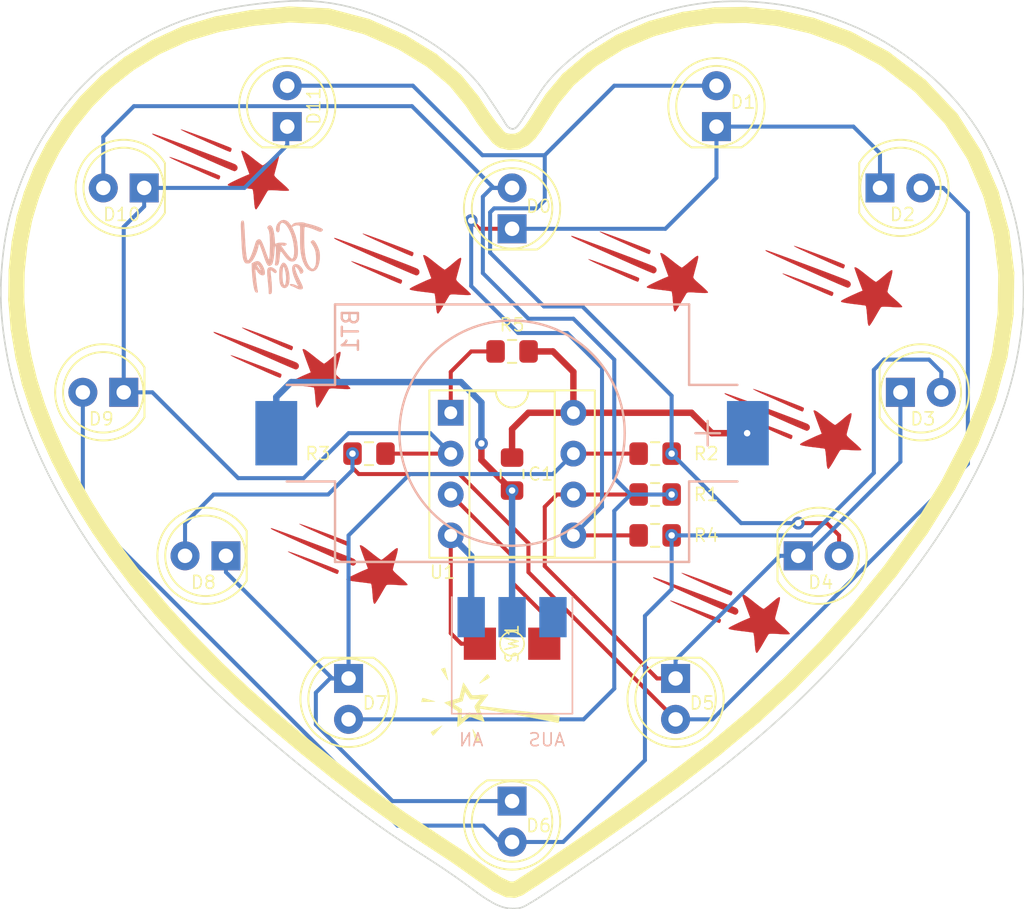
<source format=kicad_pcb>
(kicad_pcb (version 20171130) (host pcbnew "(5.1.5)-3")
  (layers (0 F.Cu signal) (31 B.Cu signal) (34 B.Paste user) (35 F.Paste user) (36 B.SilkS user) (37 F.SilkS user) (38 B.Mask user) (39 F.Mask user) (44 Edge.Cuts user))
  (net 0 "")
  (net 1 "Net-(BT1-Pad1)")
  (net 2 "Net-(BT1-Pad2)")
  (net 3 "Net-(D0-Pad2)")
  (net 4 /PB0)
  (net 5 "Net-(D1-Pad2)")
  (net 6 "Net-(D2-Pad2)")
  (net 7 "Net-(D3-Pad2)")
  (net 8 /PB1)
  (net 9 /PB2)
  (net 10 /PB3)
  (net 11 "Net-(R5-Pad1)")
  (net 12 "Net-(SW1-Pad1)")
  (net 13 "Net-(SW1-Pad2)")
  (module 000EigeneFootprints:Batteriehalter_CR2032 (layer B.Cu) (at 88.9 68.58 90)
    (fp_text reference BT1 (at 6.35 -10.033 90) (layer B.SilkS) (effects (justify mirror)))
    (fp_text value CR2032)
    (fp_text user + (at 0 12 90) (layer B.SilkS) (effects (font (size 2 2)) (justify mirror)))
    (pad 2 smd rect (at 0 -14.65 90) (size 4 2.6) (layers B.Cu B.Paste B.Mask) (net 2 "Net-(BT1-Pad2)"))
    (pad 1 smd rect (at 0 14.65 90) (size 4 2.6) (layers B.Cu B.Paste B.Mask) (net 1 "Net-(BT1-Pad1)"))
  )
  (module icons:JGW2019_5x5 (layer B.Cu) (at 74.549 57.658 180)
    (fp_text reference G*** hide)
    (fp_text value LOGO hide)
  )
  (module "icons:Shooting Star Icon SMALL" (layer F.Cu) (at 102.108 79.375 292.5)
    (fp_text reference G*** hide)
    (fp_text value LOGO hide)
    (fp_poly (pts (xy 0.582635 -0.680686) (xy 0.669678 -0.612078) (xy 0.709116 -0.506453) (xy 0.698729 -0.424054) (xy 0.663984 -0.381464) (xy 0.57262 -0.286413) (xy 0.43002 -0.144097) (xy 0.241563 0.040286) (xy 0.012631 0.261538) (xy -0.251397 0.514462) (xy -0.545138 0.79386) (xy -0.863213 1.094536) (xy -1.200239 1.411291) (xy -1.23791 1.446585) (xy -1.652483 1.834862) (xy -2.00961 2.169187) (xy -2.313651 2.453474) (xy -2.568963 2.691638) (xy -2.779905 2.887596) (xy -2.950834 3.045262) (xy -3.086108 3.168553) (xy -3.190086 3.261385) (xy -3.267126 3.327672) (xy -3.321585 3.371331) (xy -3.357822 3.396277) (xy -3.380195 3.406425) (xy -3.393062 3.405692) (xy -3.400781 3.397992) (xy -3.404045 3.392796) (xy -3.379576 3.357202) (xy -3.302813 3.266345) (xy -3.179597 3.126511) (xy -3.015773 2.943988) (xy -2.817182 2.725065) (xy -2.589667 2.476027) (xy -2.33907 2.203164) (xy -2.071234 1.912761) (xy -1.792002 1.611108) (xy -1.507216 1.304491) (xy -1.222718 0.999197) (xy -0.944352 0.701515) (xy -0.677959 0.417731) (xy -0.429383 0.154134) (xy -0.204465 -0.082989) (xy -0.009049 -0.287351) (xy 0.151023 -0.452664) (xy 0.269909 -0.572641) (xy 0.341766 -0.640994) (xy 0.352696 -0.650051) (xy 0.469727 -0.698076) (xy 0.582635 -0.680686)) (layer F.Cu) (width 0.01))
    (fp_poly (pts (xy 0.682249 0.535312) (xy 0.754374 0.590953) (xy 0.800812 0.65633) (xy 0.804333 0.67424) (xy 0.774876 0.712167) (xy 0.692784 0.798314) (xy 0.567479 0.923305) (xy 0.408382 1.07776) (xy 0.224913 1.252303) (xy 0.201083 1.274738) (xy -0.041057 1.50244) (xy -0.318744 1.763551) (xy -0.605837 2.033492) (xy -0.876193 2.287683) (xy -1.022964 2.42567) (xy -1.211824 2.600754) (xy -1.379522 2.751523) (xy -1.516589 2.869851) (xy -1.613556 2.947607) (xy -1.660954 2.976665) (xy -1.663779 2.975731) (xy -1.640035 2.939373) (xy -1.565387 2.849816) (xy -1.447353 2.715144) (xy -1.293452 2.543438) (xy -1.111201 2.34278) (xy -0.908118 2.121254) (xy -0.691722 1.886941) (xy -0.469531 1.647923) (xy -0.249062 1.412284) (xy -0.037834 1.188106) (xy 0.156636 0.98347) (xy 0.326828 0.80646) (xy 0.465226 0.665157) (xy 0.56431 0.567644) (xy 0.616564 0.522004) (xy 0.620645 0.51984) (xy 0.682249 0.535312)) (layer F.Cu) (width 0.01))
    (fp_poly (pts (xy -0.630084 -0.777022) (xy -0.557959 -0.72138) (xy -0.511522 -0.656004) (xy -0.508 -0.638093) (xy -0.537458 -0.600166) (xy -0.619549 -0.514019) (xy -0.744854 -0.389029) (xy -0.903951 -0.234573) (xy -1.08742 -0.060031) (xy -1.11125 -0.037595) (xy -1.35339 0.190106) (xy -1.631078 0.451218) (xy -1.91817 0.721159) (xy -2.188526 0.975349) (xy -2.335297 1.113336) (xy -2.524157 1.28842) (xy -2.691855 1.43919) (xy -2.828922 1.557517) (xy -2.925889 1.635274) (xy -2.973287 1.664332) (xy -2.976113 1.663398) (xy -2.952369 1.62704) (xy -2.877721 1.537483) (xy -2.759687 1.40281) (xy -2.605785 1.231104) (xy -2.423534 1.030447) (xy -2.220452 0.80892) (xy -2.004056 0.574607) (xy -1.781864 0.33559) (xy -1.561395 0.099951) (xy -1.350167 -0.124228) (xy -1.155698 -0.328863) (xy -0.985505 -0.505874) (xy -0.847108 -0.647176) (xy -0.748023 -0.744689) (xy -0.695769 -0.79033) (xy -0.691689 -0.792493) (xy -0.630084 -0.777022)) (layer F.Cu) (width 0.01))
    (fp_poly (pts (xy 0.866889 -3.357466) (xy 0.990963 -3.275583) (xy 1.167666 -3.144098) (xy 1.280504 -3.056373) (xy 1.459942 -2.916347) (xy 1.621338 -2.792033) (xy 1.750289 -2.694405) (xy 1.832393 -2.634439) (xy 1.847604 -2.624249) (xy 1.889333 -2.608775) (xy 1.947602 -2.612386) (xy 2.034989 -2.639586) (xy 2.164072 -2.694879) (xy 2.347431 -2.782769) (xy 2.494327 -2.855827) (xy 2.731652 -2.97077) (xy 2.91571 -3.051497) (xy 3.039925 -3.095362) (xy 3.097716 -3.099722) (xy 3.0988 -3.0988) (xy 3.096607 -3.044711) (xy 3.054769 -2.923851) (xy 2.975929 -2.742798) (xy 2.862732 -2.508131) (xy 2.855827 -2.494328) (xy 2.743862 -2.267027) (xy 2.668123 -2.102211) (xy 2.624254 -1.988058) (xy 2.607896 -1.912747) (xy 2.614694 -1.864454) (xy 2.619978 -1.854443) (xy 2.66192 -1.795041) (xy 2.745217 -1.682988) (xy 2.859203 -1.532432) (xy 2.993213 -1.357525) (xy 3.047617 -1.287039) (xy 3.180189 -1.111273) (xy 3.289439 -0.958012) (xy 3.366807 -0.839948) (xy 3.403729 -0.769777) (xy 3.40494 -0.757318) (xy 3.375291 -0.731553) (xy 3.320847 -0.724217) (xy 3.229932 -0.737623) (xy 3.090871 -0.774084) (xy 2.891988 -0.835912) (xy 2.716258 -0.893746) (xy 2.514673 -0.957375) (xy 2.344513 -1.004326) (xy 2.221215 -1.030796) (xy 2.160217 -1.032984) (xy 2.15771 -1.03133) (xy 2.12605 -0.983787) (xy 2.061074 -0.875008) (xy 1.970284 -0.717933) (xy 1.861178 -0.525505) (xy 1.768747 -0.360201) (xy 1.649026 -0.150793) (xy 1.538782 0.031016) (xy 1.446073 0.172776) (xy 1.378957 0.262042) (xy 1.349556 0.28722) (xy 1.319661 0.280868) (xy 1.297697 0.239745) (xy 1.281032 0.150821) (xy 1.267035 0.001066) (xy 1.255599 -0.178079) (xy 1.243936 -0.406489) (xy 1.234679 -0.637204) (xy 1.229028 -0.837432) (xy 1.227859 -0.935261) (xy 1.227667 -1.214355) (xy 0.47937 -1.242585) (xy 0.236671 -1.252722) (xy 0.024657 -1.263442) (xy -0.142742 -1.27389) (xy -0.251598 -1.283209) (xy -0.28786 -1.289749) (xy -0.298941 -1.327934) (xy -0.263096 -1.380673) (xy -0.174019 -1.45257) (xy -0.025403 -1.548226) (xy 0.189057 -1.672244) (xy 0.381 -1.778) (xy 0.592672 -1.895564) (xy 0.777464 -2.002891) (xy 0.922722 -2.092252) (xy 1.015792 -2.155919) (xy 1.044115 -2.18301) (xy 1.039313 -2.241994) (xy 1.011129 -2.364538) (xy 0.963903 -2.534202) (xy 0.901978 -2.734549) (xy 0.883527 -2.791085) (xy 0.806205 -3.033917) (xy 0.758156 -3.207033) (xy 0.737364 -3.319386) (xy 0.741807 -3.379931) (xy 0.74848 -3.39008) (xy 0.788407 -3.39416) (xy 0.866889 -3.357466)) (layer F.Cu) (width 0.01))
  )
  (module "icons:Shooting Star Icon SMALL" (layer F.Cu) (at 102.108 79.375 292.5)
    (fp_text reference G*** hide)
    (fp_text value LOGO hide)
  )
  (module "icons:Shooting Star Icon SMALL" (layer F.Cu) (at 82.296 58.293 292.5)
    (fp_text reference G*** hide)
    (fp_text value LOGO hide)
    (fp_poly (pts (xy 0.582635 -0.680686) (xy 0.669678 -0.612078) (xy 0.709116 -0.506453) (xy 0.698729 -0.424054) (xy 0.663984 -0.381464) (xy 0.57262 -0.286413) (xy 0.43002 -0.144097) (xy 0.241563 0.040286) (xy 0.012631 0.261538) (xy -0.251397 0.514462) (xy -0.545138 0.79386) (xy -0.863213 1.094536) (xy -1.200239 1.411291) (xy -1.23791 1.446585) (xy -1.652483 1.834862) (xy -2.00961 2.169187) (xy -2.313651 2.453474) (xy -2.568963 2.691638) (xy -2.779905 2.887596) (xy -2.950834 3.045262) (xy -3.086108 3.168553) (xy -3.190086 3.261385) (xy -3.267126 3.327672) (xy -3.321585 3.371331) (xy -3.357822 3.396277) (xy -3.380195 3.406425) (xy -3.393062 3.405692) (xy -3.400781 3.397992) (xy -3.404045 3.392796) (xy -3.379576 3.357202) (xy -3.302813 3.266345) (xy -3.179597 3.126511) (xy -3.015773 2.943988) (xy -2.817182 2.725065) (xy -2.589667 2.476027) (xy -2.33907 2.203164) (xy -2.071234 1.912761) (xy -1.792002 1.611108) (xy -1.507216 1.304491) (xy -1.222718 0.999197) (xy -0.944352 0.701515) (xy -0.677959 0.417731) (xy -0.429383 0.154134) (xy -0.204465 -0.082989) (xy -0.009049 -0.287351) (xy 0.151023 -0.452664) (xy 0.269909 -0.572641) (xy 0.341766 -0.640994) (xy 0.352696 -0.650051) (xy 0.469727 -0.698076) (xy 0.582635 -0.680686)) (layer F.Cu) (width 0.01))
    (fp_poly (pts (xy 0.682249 0.535312) (xy 0.754374 0.590953) (xy 0.800812 0.65633) (xy 0.804333 0.67424) (xy 0.774876 0.712167) (xy 0.692784 0.798314) (xy 0.567479 0.923305) (xy 0.408382 1.07776) (xy 0.224913 1.252303) (xy 0.201083 1.274738) (xy -0.041057 1.50244) (xy -0.318744 1.763551) (xy -0.605837 2.033492) (xy -0.876193 2.287683) (xy -1.022964 2.42567) (xy -1.211824 2.600754) (xy -1.379522 2.751523) (xy -1.516589 2.869851) (xy -1.613556 2.947607) (xy -1.660954 2.976665) (xy -1.663779 2.975731) (xy -1.640035 2.939373) (xy -1.565387 2.849816) (xy -1.447353 2.715144) (xy -1.293452 2.543438) (xy -1.111201 2.34278) (xy -0.908118 2.121254) (xy -0.691722 1.886941) (xy -0.469531 1.647923) (xy -0.249062 1.412284) (xy -0.037834 1.188106) (xy 0.156636 0.98347) (xy 0.326828 0.80646) (xy 0.465226 0.665157) (xy 0.56431 0.567644) (xy 0.616564 0.522004) (xy 0.620645 0.51984) (xy 0.682249 0.535312)) (layer F.Cu) (width 0.01))
    (fp_poly (pts (xy -0.630084 -0.777022) (xy -0.557959 -0.72138) (xy -0.511522 -0.656004) (xy -0.508 -0.638093) (xy -0.537458 -0.600166) (xy -0.619549 -0.514019) (xy -0.744854 -0.389029) (xy -0.903951 -0.234573) (xy -1.08742 -0.060031) (xy -1.11125 -0.037595) (xy -1.35339 0.190106) (xy -1.631078 0.451218) (xy -1.91817 0.721159) (xy -2.188526 0.975349) (xy -2.335297 1.113336) (xy -2.524157 1.28842) (xy -2.691855 1.43919) (xy -2.828922 1.557517) (xy -2.925889 1.635274) (xy -2.973287 1.664332) (xy -2.976113 1.663398) (xy -2.952369 1.62704) (xy -2.877721 1.537483) (xy -2.759687 1.40281) (xy -2.605785 1.231104) (xy -2.423534 1.030447) (xy -2.220452 0.80892) (xy -2.004056 0.574607) (xy -1.781864 0.33559) (xy -1.561395 0.099951) (xy -1.350167 -0.124228) (xy -1.155698 -0.328863) (xy -0.985505 -0.505874) (xy -0.847108 -0.647176) (xy -0.748023 -0.744689) (xy -0.695769 -0.79033) (xy -0.691689 -0.792493) (xy -0.630084 -0.777022)) (layer F.Cu) (width 0.01))
    (fp_poly (pts (xy 0.866889 -3.357466) (xy 0.990963 -3.275583) (xy 1.167666 -3.144098) (xy 1.280504 -3.056373) (xy 1.459942 -2.916347) (xy 1.621338 -2.792033) (xy 1.750289 -2.694405) (xy 1.832393 -2.634439) (xy 1.847604 -2.624249) (xy 1.889333 -2.608775) (xy 1.947602 -2.612386) (xy 2.034989 -2.639586) (xy 2.164072 -2.694879) (xy 2.347431 -2.782769) (xy 2.494327 -2.855827) (xy 2.731652 -2.97077) (xy 2.91571 -3.051497) (xy 3.039925 -3.095362) (xy 3.097716 -3.099722) (xy 3.0988 -3.0988) (xy 3.096607 -3.044711) (xy 3.054769 -2.923851) (xy 2.975929 -2.742798) (xy 2.862732 -2.508131) (xy 2.855827 -2.494328) (xy 2.743862 -2.267027) (xy 2.668123 -2.102211) (xy 2.624254 -1.988058) (xy 2.607896 -1.912747) (xy 2.614694 -1.864454) (xy 2.619978 -1.854443) (xy 2.66192 -1.795041) (xy 2.745217 -1.682988) (xy 2.859203 -1.532432) (xy 2.993213 -1.357525) (xy 3.047617 -1.287039) (xy 3.180189 -1.111273) (xy 3.289439 -0.958012) (xy 3.366807 -0.839948) (xy 3.403729 -0.769777) (xy 3.40494 -0.757318) (xy 3.375291 -0.731553) (xy 3.320847 -0.724217) (xy 3.229932 -0.737623) (xy 3.090871 -0.774084) (xy 2.891988 -0.835912) (xy 2.716258 -0.893746) (xy 2.514673 -0.957375) (xy 2.344513 -1.004326) (xy 2.221215 -1.030796) (xy 2.160217 -1.032984) (xy 2.15771 -1.03133) (xy 2.12605 -0.983787) (xy 2.061074 -0.875008) (xy 1.970284 -0.717933) (xy 1.861178 -0.525505) (xy 1.768747 -0.360201) (xy 1.649026 -0.150793) (xy 1.538782 0.031016) (xy 1.446073 0.172776) (xy 1.378957 0.262042) (xy 1.349556 0.28722) (xy 1.319661 0.280868) (xy 1.297697 0.239745) (xy 1.281032 0.150821) (xy 1.267035 0.001066) (xy 1.255599 -0.178079) (xy 1.243936 -0.406489) (xy 1.234679 -0.637204) (xy 1.229028 -0.837432) (xy 1.227859 -0.935261) (xy 1.227667 -1.214355) (xy 0.47937 -1.242585) (xy 0.236671 -1.252722) (xy 0.024657 -1.263442) (xy -0.142742 -1.27389) (xy -0.251598 -1.283209) (xy -0.28786 -1.289749) (xy -0.298941 -1.327934) (xy -0.263096 -1.380673) (xy -0.174019 -1.45257) (xy -0.025403 -1.548226) (xy 0.189057 -1.672244) (xy 0.381 -1.778) (xy 0.592672 -1.895564) (xy 0.777464 -2.002891) (xy 0.922722 -2.092252) (xy 1.015792 -2.155919) (xy 1.044115 -2.18301) (xy 1.039313 -2.241994) (xy 1.011129 -2.364538) (xy 0.963903 -2.534202) (xy 0.901978 -2.734549) (xy 0.883527 -2.791085) (xy 0.806205 -3.033917) (xy 0.758156 -3.207033) (xy 0.737364 -3.319386) (xy 0.741807 -3.379931) (xy 0.74848 -3.39008) (xy 0.788407 -3.39416) (xy 0.866889 -3.357466)) (layer F.Cu) (width 0.01))
  )
  (module "icons:Shooting Star Icon SMALL" (layer F.Cu) (at 82.296 58.293 292.5)
    (fp_text reference G*** hide)
    (fp_text value LOGO hide)
  )
  (module "icons:Shooting Star Icon SMALL" (layer F.Cu) (at 78.359 76.327 292.5)
    (fp_text reference G*** hide)
    (fp_text value LOGO hide)
    (fp_poly (pts (xy 0.582635 -0.680686) (xy 0.669678 -0.612078) (xy 0.709116 -0.506453) (xy 0.698729 -0.424054) (xy 0.663984 -0.381464) (xy 0.57262 -0.286413) (xy 0.43002 -0.144097) (xy 0.241563 0.040286) (xy 0.012631 0.261538) (xy -0.251397 0.514462) (xy -0.545138 0.79386) (xy -0.863213 1.094536) (xy -1.200239 1.411291) (xy -1.23791 1.446585) (xy -1.652483 1.834862) (xy -2.00961 2.169187) (xy -2.313651 2.453474) (xy -2.568963 2.691638) (xy -2.779905 2.887596) (xy -2.950834 3.045262) (xy -3.086108 3.168553) (xy -3.190086 3.261385) (xy -3.267126 3.327672) (xy -3.321585 3.371331) (xy -3.357822 3.396277) (xy -3.380195 3.406425) (xy -3.393062 3.405692) (xy -3.400781 3.397992) (xy -3.404045 3.392796) (xy -3.379576 3.357202) (xy -3.302813 3.266345) (xy -3.179597 3.126511) (xy -3.015773 2.943988) (xy -2.817182 2.725065) (xy -2.589667 2.476027) (xy -2.33907 2.203164) (xy -2.071234 1.912761) (xy -1.792002 1.611108) (xy -1.507216 1.304491) (xy -1.222718 0.999197) (xy -0.944352 0.701515) (xy -0.677959 0.417731) (xy -0.429383 0.154134) (xy -0.204465 -0.082989) (xy -0.009049 -0.287351) (xy 0.151023 -0.452664) (xy 0.269909 -0.572641) (xy 0.341766 -0.640994) (xy 0.352696 -0.650051) (xy 0.469727 -0.698076) (xy 0.582635 -0.680686)) (layer F.Cu) (width 0.01))
    (fp_poly (pts (xy 0.682249 0.535312) (xy 0.754374 0.590953) (xy 0.800812 0.65633) (xy 0.804333 0.67424) (xy 0.774876 0.712167) (xy 0.692784 0.798314) (xy 0.567479 0.923305) (xy 0.408382 1.07776) (xy 0.224913 1.252303) (xy 0.201083 1.274738) (xy -0.041057 1.50244) (xy -0.318744 1.763551) (xy -0.605837 2.033492) (xy -0.876193 2.287683) (xy -1.022964 2.42567) (xy -1.211824 2.600754) (xy -1.379522 2.751523) (xy -1.516589 2.869851) (xy -1.613556 2.947607) (xy -1.660954 2.976665) (xy -1.663779 2.975731) (xy -1.640035 2.939373) (xy -1.565387 2.849816) (xy -1.447353 2.715144) (xy -1.293452 2.543438) (xy -1.111201 2.34278) (xy -0.908118 2.121254) (xy -0.691722 1.886941) (xy -0.469531 1.647923) (xy -0.249062 1.412284) (xy -0.037834 1.188106) (xy 0.156636 0.98347) (xy 0.326828 0.80646) (xy 0.465226 0.665157) (xy 0.56431 0.567644) (xy 0.616564 0.522004) (xy 0.620645 0.51984) (xy 0.682249 0.535312)) (layer F.Cu) (width 0.01))
    (fp_poly (pts (xy -0.630084 -0.777022) (xy -0.557959 -0.72138) (xy -0.511522 -0.656004) (xy -0.508 -0.638093) (xy -0.537458 -0.600166) (xy -0.619549 -0.514019) (xy -0.744854 -0.389029) (xy -0.903951 -0.234573) (xy -1.08742 -0.060031) (xy -1.11125 -0.037595) (xy -1.35339 0.190106) (xy -1.631078 0.451218) (xy -1.91817 0.721159) (xy -2.188526 0.975349) (xy -2.335297 1.113336) (xy -2.524157 1.28842) (xy -2.691855 1.43919) (xy -2.828922 1.557517) (xy -2.925889 1.635274) (xy -2.973287 1.664332) (xy -2.976113 1.663398) (xy -2.952369 1.62704) (xy -2.877721 1.537483) (xy -2.759687 1.40281) (xy -2.605785 1.231104) (xy -2.423534 1.030447) (xy -2.220452 0.80892) (xy -2.004056 0.574607) (xy -1.781864 0.33559) (xy -1.561395 0.099951) (xy -1.350167 -0.124228) (xy -1.155698 -0.328863) (xy -0.985505 -0.505874) (xy -0.847108 -0.647176) (xy -0.748023 -0.744689) (xy -0.695769 -0.79033) (xy -0.691689 -0.792493) (xy -0.630084 -0.777022)) (layer F.Cu) (width 0.01))
    (fp_poly (pts (xy 0.866889 -3.357466) (xy 0.990963 -3.275583) (xy 1.167666 -3.144098) (xy 1.280504 -3.056373) (xy 1.459942 -2.916347) (xy 1.621338 -2.792033) (xy 1.750289 -2.694405) (xy 1.832393 -2.634439) (xy 1.847604 -2.624249) (xy 1.889333 -2.608775) (xy 1.947602 -2.612386) (xy 2.034989 -2.639586) (xy 2.164072 -2.694879) (xy 2.347431 -2.782769) (xy 2.494327 -2.855827) (xy 2.731652 -2.97077) (xy 2.91571 -3.051497) (xy 3.039925 -3.095362) (xy 3.097716 -3.099722) (xy 3.0988 -3.0988) (xy 3.096607 -3.044711) (xy 3.054769 -2.923851) (xy 2.975929 -2.742798) (xy 2.862732 -2.508131) (xy 2.855827 -2.494328) (xy 2.743862 -2.267027) (xy 2.668123 -2.102211) (xy 2.624254 -1.988058) (xy 2.607896 -1.912747) (xy 2.614694 -1.864454) (xy 2.619978 -1.854443) (xy 2.66192 -1.795041) (xy 2.745217 -1.682988) (xy 2.859203 -1.532432) (xy 2.993213 -1.357525) (xy 3.047617 -1.287039) (xy 3.180189 -1.111273) (xy 3.289439 -0.958012) (xy 3.366807 -0.839948) (xy 3.403729 -0.769777) (xy 3.40494 -0.757318) (xy 3.375291 -0.731553) (xy 3.320847 -0.724217) (xy 3.229932 -0.737623) (xy 3.090871 -0.774084) (xy 2.891988 -0.835912) (xy 2.716258 -0.893746) (xy 2.514673 -0.957375) (xy 2.344513 -1.004326) (xy 2.221215 -1.030796) (xy 2.160217 -1.032984) (xy 2.15771 -1.03133) (xy 2.12605 -0.983787) (xy 2.061074 -0.875008) (xy 1.970284 -0.717933) (xy 1.861178 -0.525505) (xy 1.768747 -0.360201) (xy 1.649026 -0.150793) (xy 1.538782 0.031016) (xy 1.446073 0.172776) (xy 1.378957 0.262042) (xy 1.349556 0.28722) (xy 1.319661 0.280868) (xy 1.297697 0.239745) (xy 1.281032 0.150821) (xy 1.267035 0.001066) (xy 1.255599 -0.178079) (xy 1.243936 -0.406489) (xy 1.234679 -0.637204) (xy 1.229028 -0.837432) (xy 1.227859 -0.935261) (xy 1.227667 -1.214355) (xy 0.47937 -1.242585) (xy 0.236671 -1.252722) (xy 0.024657 -1.263442) (xy -0.142742 -1.27389) (xy -0.251598 -1.283209) (xy -0.28786 -1.289749) (xy -0.298941 -1.327934) (xy -0.263096 -1.380673) (xy -0.174019 -1.45257) (xy -0.025403 -1.548226) (xy 0.189057 -1.672244) (xy 0.381 -1.778) (xy 0.592672 -1.895564) (xy 0.777464 -2.002891) (xy 0.922722 -2.092252) (xy 1.015792 -2.155919) (xy 1.044115 -2.18301) (xy 1.039313 -2.241994) (xy 1.011129 -2.364538) (xy 0.963903 -2.534202) (xy 0.901978 -2.734549) (xy 0.883527 -2.791085) (xy 0.806205 -3.033917) (xy 0.758156 -3.207033) (xy 0.737364 -3.319386) (xy 0.741807 -3.379931) (xy 0.74848 -3.39008) (xy 0.788407 -3.39416) (xy 0.866889 -3.357466)) (layer F.Cu) (width 0.01))
  )
  (module "icons:Shooting Star Icon SMALL" (layer F.Cu) (at 78.359 76.327 292.5)
    (fp_text reference G*** hide)
    (fp_text value LOGO hide)
  )
  (module "icons:Shooting Star Icon SMALL" (layer F.Cu) (at 74.803 64.135 292.5)
    (fp_text reference G*** hide)
    (fp_text value LOGO hide)
    (fp_poly (pts (xy 0.866889 -3.357466) (xy 0.990963 -3.275583) (xy 1.167666 -3.144098) (xy 1.280504 -3.056373) (xy 1.459942 -2.916347) (xy 1.621338 -2.792033) (xy 1.750289 -2.694405) (xy 1.832393 -2.634439) (xy 1.847604 -2.624249) (xy 1.889333 -2.608775) (xy 1.947602 -2.612386) (xy 2.034989 -2.639586) (xy 2.164072 -2.694879) (xy 2.347431 -2.782769) (xy 2.494327 -2.855827) (xy 2.731652 -2.97077) (xy 2.91571 -3.051497) (xy 3.039925 -3.095362) (xy 3.097716 -3.099722) (xy 3.0988 -3.0988) (xy 3.096607 -3.044711) (xy 3.054769 -2.923851) (xy 2.975929 -2.742798) (xy 2.862732 -2.508131) (xy 2.855827 -2.494328) (xy 2.743862 -2.267027) (xy 2.668123 -2.102211) (xy 2.624254 -1.988058) (xy 2.607896 -1.912747) (xy 2.614694 -1.864454) (xy 2.619978 -1.854443) (xy 2.66192 -1.795041) (xy 2.745217 -1.682988) (xy 2.859203 -1.532432) (xy 2.993213 -1.357525) (xy 3.047617 -1.287039) (xy 3.180189 -1.111273) (xy 3.289439 -0.958012) (xy 3.366807 -0.839948) (xy 3.403729 -0.769777) (xy 3.40494 -0.757318) (xy 3.375291 -0.731553) (xy 3.320847 -0.724217) (xy 3.229932 -0.737623) (xy 3.090871 -0.774084) (xy 2.891988 -0.835912) (xy 2.716258 -0.893746) (xy 2.514673 -0.957375) (xy 2.344513 -1.004326) (xy 2.221215 -1.030796) (xy 2.160217 -1.032984) (xy 2.15771 -1.03133) (xy 2.12605 -0.983787) (xy 2.061074 -0.875008) (xy 1.970284 -0.717933) (xy 1.861178 -0.525505) (xy 1.768747 -0.360201) (xy 1.649026 -0.150793) (xy 1.538782 0.031016) (xy 1.446073 0.172776) (xy 1.378957 0.262042) (xy 1.349556 0.28722) (xy 1.319661 0.280868) (xy 1.297697 0.239745) (xy 1.281032 0.150821) (xy 1.267035 0.001066) (xy 1.255599 -0.178079) (xy 1.243936 -0.406489) (xy 1.234679 -0.637204) (xy 1.229028 -0.837432) (xy 1.227859 -0.935261) (xy 1.227667 -1.214355) (xy 0.47937 -1.242585) (xy 0.236671 -1.252722) (xy 0.024657 -1.263442) (xy -0.142742 -1.27389) (xy -0.251598 -1.283209) (xy -0.28786 -1.289749) (xy -0.298941 -1.327934) (xy -0.263096 -1.380673) (xy -0.174019 -1.45257) (xy -0.025403 -1.548226) (xy 0.189057 -1.672244) (xy 0.381 -1.778) (xy 0.592672 -1.895564) (xy 0.777464 -2.002891) (xy 0.922722 -2.092252) (xy 1.015792 -2.155919) (xy 1.044115 -2.18301) (xy 1.039313 -2.241994) (xy 1.011129 -2.364538) (xy 0.963903 -2.534202) (xy 0.901978 -2.734549) (xy 0.883527 -2.791085) (xy 0.806205 -3.033917) (xy 0.758156 -3.207033) (xy 0.737364 -3.319386) (xy 0.741807 -3.379931) (xy 0.74848 -3.39008) (xy 0.788407 -3.39416) (xy 0.866889 -3.357466)) (layer F.Cu) (width 0.01))
    (fp_poly (pts (xy -0.630084 -0.777022) (xy -0.557959 -0.72138) (xy -0.511522 -0.656004) (xy -0.508 -0.638093) (xy -0.537458 -0.600166) (xy -0.619549 -0.514019) (xy -0.744854 -0.389029) (xy -0.903951 -0.234573) (xy -1.08742 -0.060031) (xy -1.11125 -0.037595) (xy -1.35339 0.190106) (xy -1.631078 0.451218) (xy -1.91817 0.721159) (xy -2.188526 0.975349) (xy -2.335297 1.113336) (xy -2.524157 1.28842) (xy -2.691855 1.43919) (xy -2.828922 1.557517) (xy -2.925889 1.635274) (xy -2.973287 1.664332) (xy -2.976113 1.663398) (xy -2.952369 1.62704) (xy -2.877721 1.537483) (xy -2.759687 1.40281) (xy -2.605785 1.231104) (xy -2.423534 1.030447) (xy -2.220452 0.80892) (xy -2.004056 0.574607) (xy -1.781864 0.33559) (xy -1.561395 0.099951) (xy -1.350167 -0.124228) (xy -1.155698 -0.328863) (xy -0.985505 -0.505874) (xy -0.847108 -0.647176) (xy -0.748023 -0.744689) (xy -0.695769 -0.79033) (xy -0.691689 -0.792493) (xy -0.630084 -0.777022)) (layer F.Cu) (width 0.01))
    (fp_poly (pts (xy 0.682249 0.535312) (xy 0.754374 0.590953) (xy 0.800812 0.65633) (xy 0.804333 0.67424) (xy 0.774876 0.712167) (xy 0.692784 0.798314) (xy 0.567479 0.923305) (xy 0.408382 1.07776) (xy 0.224913 1.252303) (xy 0.201083 1.274738) (xy -0.041057 1.50244) (xy -0.318744 1.763551) (xy -0.605837 2.033492) (xy -0.876193 2.287683) (xy -1.022964 2.42567) (xy -1.211824 2.600754) (xy -1.379522 2.751523) (xy -1.516589 2.869851) (xy -1.613556 2.947607) (xy -1.660954 2.976665) (xy -1.663779 2.975731) (xy -1.640035 2.939373) (xy -1.565387 2.849816) (xy -1.447353 2.715144) (xy -1.293452 2.543438) (xy -1.111201 2.34278) (xy -0.908118 2.121254) (xy -0.691722 1.886941) (xy -0.469531 1.647923) (xy -0.249062 1.412284) (xy -0.037834 1.188106) (xy 0.156636 0.98347) (xy 0.326828 0.80646) (xy 0.465226 0.665157) (xy 0.56431 0.567644) (xy 0.616564 0.522004) (xy 0.620645 0.51984) (xy 0.682249 0.535312)) (layer F.Cu) (width 0.01))
    (fp_poly (pts (xy 0.582635 -0.680686) (xy 0.669678 -0.612078) (xy 0.709116 -0.506453) (xy 0.698729 -0.424054) (xy 0.663984 -0.381464) (xy 0.57262 -0.286413) (xy 0.43002 -0.144097) (xy 0.241563 0.040286) (xy 0.012631 0.261538) (xy -0.251397 0.514462) (xy -0.545138 0.79386) (xy -0.863213 1.094536) (xy -1.200239 1.411291) (xy -1.23791 1.446585) (xy -1.652483 1.834862) (xy -2.00961 2.169187) (xy -2.313651 2.453474) (xy -2.568963 2.691638) (xy -2.779905 2.887596) (xy -2.950834 3.045262) (xy -3.086108 3.168553) (xy -3.190086 3.261385) (xy -3.267126 3.327672) (xy -3.321585 3.371331) (xy -3.357822 3.396277) (xy -3.380195 3.406425) (xy -3.393062 3.405692) (xy -3.400781 3.397992) (xy -3.404045 3.392796) (xy -3.379576 3.357202) (xy -3.302813 3.266345) (xy -3.179597 3.126511) (xy -3.015773 2.943988) (xy -2.817182 2.725065) (xy -2.589667 2.476027) (xy -2.33907 2.203164) (xy -2.071234 1.912761) (xy -1.792002 1.611108) (xy -1.507216 1.304491) (xy -1.222718 0.999197) (xy -0.944352 0.701515) (xy -0.677959 0.417731) (xy -0.429383 0.154134) (xy -0.204465 -0.082989) (xy -0.009049 -0.287351) (xy 0.151023 -0.452664) (xy 0.269909 -0.572641) (xy 0.341766 -0.640994) (xy 0.352696 -0.650051) (xy 0.469727 -0.698076) (xy 0.582635 -0.680686)) (layer F.Cu) (width 0.01))
  )
  (module "icons:Shooting Star Icon SMALL" (layer F.Cu) (at 74.803 64.135 292.5)
    (fp_text reference G*** hide)
    (fp_text value LOGO hide)
  )
  (module "icons:Shooting Star Icon SMALL" (layer F.Cu) (at 70.993 51.816 292.5)
    (fp_text reference G*** hide)
    (fp_text value LOGO hide)
  )
  (module "icons:Shooting Star Icon SMALL" (layer F.Cu) (at 70.993 51.816 292.5)
    (fp_text reference G*** hide)
    (fp_text value LOGO hide)
    (fp_poly (pts (xy 0.582635 -0.680686) (xy 0.669678 -0.612078) (xy 0.709116 -0.506453) (xy 0.698729 -0.424054) (xy 0.663984 -0.381464) (xy 0.57262 -0.286413) (xy 0.43002 -0.144097) (xy 0.241563 0.040286) (xy 0.012631 0.261538) (xy -0.251397 0.514462) (xy -0.545138 0.79386) (xy -0.863213 1.094536) (xy -1.200239 1.411291) (xy -1.23791 1.446585) (xy -1.652483 1.834862) (xy -2.00961 2.169187) (xy -2.313651 2.453474) (xy -2.568963 2.691638) (xy -2.779905 2.887596) (xy -2.950834 3.045262) (xy -3.086108 3.168553) (xy -3.190086 3.261385) (xy -3.267126 3.327672) (xy -3.321585 3.371331) (xy -3.357822 3.396277) (xy -3.380195 3.406425) (xy -3.393062 3.405692) (xy -3.400781 3.397992) (xy -3.404045 3.392796) (xy -3.379576 3.357202) (xy -3.302813 3.266345) (xy -3.179597 3.126511) (xy -3.015773 2.943988) (xy -2.817182 2.725065) (xy -2.589667 2.476027) (xy -2.33907 2.203164) (xy -2.071234 1.912761) (xy -1.792002 1.611108) (xy -1.507216 1.304491) (xy -1.222718 0.999197) (xy -0.944352 0.701515) (xy -0.677959 0.417731) (xy -0.429383 0.154134) (xy -0.204465 -0.082989) (xy -0.009049 -0.287351) (xy 0.151023 -0.452664) (xy 0.269909 -0.572641) (xy 0.341766 -0.640994) (xy 0.352696 -0.650051) (xy 0.469727 -0.698076) (xy 0.582635 -0.680686)) (layer F.Cu) (width 0.01))
    (fp_poly (pts (xy 0.682249 0.535312) (xy 0.754374 0.590953) (xy 0.800812 0.65633) (xy 0.804333 0.67424) (xy 0.774876 0.712167) (xy 0.692784 0.798314) (xy 0.567479 0.923305) (xy 0.408382 1.07776) (xy 0.224913 1.252303) (xy 0.201083 1.274738) (xy -0.041057 1.50244) (xy -0.318744 1.763551) (xy -0.605837 2.033492) (xy -0.876193 2.287683) (xy -1.022964 2.42567) (xy -1.211824 2.600754) (xy -1.379522 2.751523) (xy -1.516589 2.869851) (xy -1.613556 2.947607) (xy -1.660954 2.976665) (xy -1.663779 2.975731) (xy -1.640035 2.939373) (xy -1.565387 2.849816) (xy -1.447353 2.715144) (xy -1.293452 2.543438) (xy -1.111201 2.34278) (xy -0.908118 2.121254) (xy -0.691722 1.886941) (xy -0.469531 1.647923) (xy -0.249062 1.412284) (xy -0.037834 1.188106) (xy 0.156636 0.98347) (xy 0.326828 0.80646) (xy 0.465226 0.665157) (xy 0.56431 0.567644) (xy 0.616564 0.522004) (xy 0.620645 0.51984) (xy 0.682249 0.535312)) (layer F.Cu) (width 0.01))
    (fp_poly (pts (xy -0.630084 -0.777022) (xy -0.557959 -0.72138) (xy -0.511522 -0.656004) (xy -0.508 -0.638093) (xy -0.537458 -0.600166) (xy -0.619549 -0.514019) (xy -0.744854 -0.389029) (xy -0.903951 -0.234573) (xy -1.08742 -0.060031) (xy -1.11125 -0.037595) (xy -1.35339 0.190106) (xy -1.631078 0.451218) (xy -1.91817 0.721159) (xy -2.188526 0.975349) (xy -2.335297 1.113336) (xy -2.524157 1.28842) (xy -2.691855 1.43919) (xy -2.828922 1.557517) (xy -2.925889 1.635274) (xy -2.973287 1.664332) (xy -2.976113 1.663398) (xy -2.952369 1.62704) (xy -2.877721 1.537483) (xy -2.759687 1.40281) (xy -2.605785 1.231104) (xy -2.423534 1.030447) (xy -2.220452 0.80892) (xy -2.004056 0.574607) (xy -1.781864 0.33559) (xy -1.561395 0.099951) (xy -1.350167 -0.124228) (xy -1.155698 -0.328863) (xy -0.985505 -0.505874) (xy -0.847108 -0.647176) (xy -0.748023 -0.744689) (xy -0.695769 -0.79033) (xy -0.691689 -0.792493) (xy -0.630084 -0.777022)) (layer F.Cu) (width 0.01))
    (fp_poly (pts (xy 0.866889 -3.357466) (xy 0.990963 -3.275583) (xy 1.167666 -3.144098) (xy 1.280504 -3.056373) (xy 1.459942 -2.916347) (xy 1.621338 -2.792033) (xy 1.750289 -2.694405) (xy 1.832393 -2.634439) (xy 1.847604 -2.624249) (xy 1.889333 -2.608775) (xy 1.947602 -2.612386) (xy 2.034989 -2.639586) (xy 2.164072 -2.694879) (xy 2.347431 -2.782769) (xy 2.494327 -2.855827) (xy 2.731652 -2.97077) (xy 2.91571 -3.051497) (xy 3.039925 -3.095362) (xy 3.097716 -3.099722) (xy 3.0988 -3.0988) (xy 3.096607 -3.044711) (xy 3.054769 -2.923851) (xy 2.975929 -2.742798) (xy 2.862732 -2.508131) (xy 2.855827 -2.494328) (xy 2.743862 -2.267027) (xy 2.668123 -2.102211) (xy 2.624254 -1.988058) (xy 2.607896 -1.912747) (xy 2.614694 -1.864454) (xy 2.619978 -1.854443) (xy 2.66192 -1.795041) (xy 2.745217 -1.682988) (xy 2.859203 -1.532432) (xy 2.993213 -1.357525) (xy 3.047617 -1.287039) (xy 3.180189 -1.111273) (xy 3.289439 -0.958012) (xy 3.366807 -0.839948) (xy 3.403729 -0.769777) (xy 3.40494 -0.757318) (xy 3.375291 -0.731553) (xy 3.320847 -0.724217) (xy 3.229932 -0.737623) (xy 3.090871 -0.774084) (xy 2.891988 -0.835912) (xy 2.716258 -0.893746) (xy 2.514673 -0.957375) (xy 2.344513 -1.004326) (xy 2.221215 -1.030796) (xy 2.160217 -1.032984) (xy 2.15771 -1.03133) (xy 2.12605 -0.983787) (xy 2.061074 -0.875008) (xy 1.970284 -0.717933) (xy 1.861178 -0.525505) (xy 1.768747 -0.360201) (xy 1.649026 -0.150793) (xy 1.538782 0.031016) (xy 1.446073 0.172776) (xy 1.378957 0.262042) (xy 1.349556 0.28722) (xy 1.319661 0.280868) (xy 1.297697 0.239745) (xy 1.281032 0.150821) (xy 1.267035 0.001066) (xy 1.255599 -0.178079) (xy 1.243936 -0.406489) (xy 1.234679 -0.637204) (xy 1.229028 -0.837432) (xy 1.227859 -0.935261) (xy 1.227667 -1.214355) (xy 0.47937 -1.242585) (xy 0.236671 -1.252722) (xy 0.024657 -1.263442) (xy -0.142742 -1.27389) (xy -0.251598 -1.283209) (xy -0.28786 -1.289749) (xy -0.298941 -1.327934) (xy -0.263096 -1.380673) (xy -0.174019 -1.45257) (xy -0.025403 -1.548226) (xy 0.189057 -1.672244) (xy 0.381 -1.778) (xy 0.592672 -1.895564) (xy 0.777464 -2.002891) (xy 0.922722 -2.092252) (xy 1.015792 -2.155919) (xy 1.044115 -2.18301) (xy 1.039313 -2.241994) (xy 1.011129 -2.364538) (xy 0.963903 -2.534202) (xy 0.901978 -2.734549) (xy 0.883527 -2.791085) (xy 0.806205 -3.033917) (xy 0.758156 -3.207033) (xy 0.737364 -3.319386) (xy 0.741807 -3.379931) (xy 0.74848 -3.39008) (xy 0.788407 -3.39416) (xy 0.866889 -3.357466)) (layer F.Cu) (width 0.01))
  )
  (module "icons:Shooting Star Icon SMALL" (layer F.Cu) (at 97.028 58.166 292.5)
    (fp_text reference G*** hide)
    (fp_text value LOGO hide)
  )
  (module "icons:Shooting Star Icon SMALL" (layer F.Cu) (at 97.028 58.166 292.5)
    (fp_text reference G*** hide)
    (fp_text value LOGO hide)
    (fp_poly (pts (xy 0.582635 -0.680686) (xy 0.669678 -0.612078) (xy 0.709116 -0.506453) (xy 0.698729 -0.424054) (xy 0.663984 -0.381464) (xy 0.57262 -0.286413) (xy 0.43002 -0.144097) (xy 0.241563 0.040286) (xy 0.012631 0.261538) (xy -0.251397 0.514462) (xy -0.545138 0.79386) (xy -0.863213 1.094536) (xy -1.200239 1.411291) (xy -1.23791 1.446585) (xy -1.652483 1.834862) (xy -2.00961 2.169187) (xy -2.313651 2.453474) (xy -2.568963 2.691638) (xy -2.779905 2.887596) (xy -2.950834 3.045262) (xy -3.086108 3.168553) (xy -3.190086 3.261385) (xy -3.267126 3.327672) (xy -3.321585 3.371331) (xy -3.357822 3.396277) (xy -3.380195 3.406425) (xy -3.393062 3.405692) (xy -3.400781 3.397992) (xy -3.404045 3.392796) (xy -3.379576 3.357202) (xy -3.302813 3.266345) (xy -3.179597 3.126511) (xy -3.015773 2.943988) (xy -2.817182 2.725065) (xy -2.589667 2.476027) (xy -2.33907 2.203164) (xy -2.071234 1.912761) (xy -1.792002 1.611108) (xy -1.507216 1.304491) (xy -1.222718 0.999197) (xy -0.944352 0.701515) (xy -0.677959 0.417731) (xy -0.429383 0.154134) (xy -0.204465 -0.082989) (xy -0.009049 -0.287351) (xy 0.151023 -0.452664) (xy 0.269909 -0.572641) (xy 0.341766 -0.640994) (xy 0.352696 -0.650051) (xy 0.469727 -0.698076) (xy 0.582635 -0.680686)) (layer F.Cu) (width 0.01))
    (fp_poly (pts (xy 0.682249 0.535312) (xy 0.754374 0.590953) (xy 0.800812 0.65633) (xy 0.804333 0.67424) (xy 0.774876 0.712167) (xy 0.692784 0.798314) (xy 0.567479 0.923305) (xy 0.408382 1.07776) (xy 0.224913 1.252303) (xy 0.201083 1.274738) (xy -0.041057 1.50244) (xy -0.318744 1.763551) (xy -0.605837 2.033492) (xy -0.876193 2.287683) (xy -1.022964 2.42567) (xy -1.211824 2.600754) (xy -1.379522 2.751523) (xy -1.516589 2.869851) (xy -1.613556 2.947607) (xy -1.660954 2.976665) (xy -1.663779 2.975731) (xy -1.640035 2.939373) (xy -1.565387 2.849816) (xy -1.447353 2.715144) (xy -1.293452 2.543438) (xy -1.111201 2.34278) (xy -0.908118 2.121254) (xy -0.691722 1.886941) (xy -0.469531 1.647923) (xy -0.249062 1.412284) (xy -0.037834 1.188106) (xy 0.156636 0.98347) (xy 0.326828 0.80646) (xy 0.465226 0.665157) (xy 0.56431 0.567644) (xy 0.616564 0.522004) (xy 0.620645 0.51984) (xy 0.682249 0.535312)) (layer F.Cu) (width 0.01))
    (fp_poly (pts (xy -0.630084 -0.777022) (xy -0.557959 -0.72138) (xy -0.511522 -0.656004) (xy -0.508 -0.638093) (xy -0.537458 -0.600166) (xy -0.619549 -0.514019) (xy -0.744854 -0.389029) (xy -0.903951 -0.234573) (xy -1.08742 -0.060031) (xy -1.11125 -0.037595) (xy -1.35339 0.190106) (xy -1.631078 0.451218) (xy -1.91817 0.721159) (xy -2.188526 0.975349) (xy -2.335297 1.113336) (xy -2.524157 1.28842) (xy -2.691855 1.43919) (xy -2.828922 1.557517) (xy -2.925889 1.635274) (xy -2.973287 1.664332) (xy -2.976113 1.663398) (xy -2.952369 1.62704) (xy -2.877721 1.537483) (xy -2.759687 1.40281) (xy -2.605785 1.231104) (xy -2.423534 1.030447) (xy -2.220452 0.80892) (xy -2.004056 0.574607) (xy -1.781864 0.33559) (xy -1.561395 0.099951) (xy -1.350167 -0.124228) (xy -1.155698 -0.328863) (xy -0.985505 -0.505874) (xy -0.847108 -0.647176) (xy -0.748023 -0.744689) (xy -0.695769 -0.79033) (xy -0.691689 -0.792493) (xy -0.630084 -0.777022)) (layer F.Cu) (width 0.01))
    (fp_poly (pts (xy 0.866889 -3.357466) (xy 0.990963 -3.275583) (xy 1.167666 -3.144098) (xy 1.280504 -3.056373) (xy 1.459942 -2.916347) (xy 1.621338 -2.792033) (xy 1.750289 -2.694405) (xy 1.832393 -2.634439) (xy 1.847604 -2.624249) (xy 1.889333 -2.608775) (xy 1.947602 -2.612386) (xy 2.034989 -2.639586) (xy 2.164072 -2.694879) (xy 2.347431 -2.782769) (xy 2.494327 -2.855827) (xy 2.731652 -2.97077) (xy 2.91571 -3.051497) (xy 3.039925 -3.095362) (xy 3.097716 -3.099722) (xy 3.0988 -3.0988) (xy 3.096607 -3.044711) (xy 3.054769 -2.923851) (xy 2.975929 -2.742798) (xy 2.862732 -2.508131) (xy 2.855827 -2.494328) (xy 2.743862 -2.267027) (xy 2.668123 -2.102211) (xy 2.624254 -1.988058) (xy 2.607896 -1.912747) (xy 2.614694 -1.864454) (xy 2.619978 -1.854443) (xy 2.66192 -1.795041) (xy 2.745217 -1.682988) (xy 2.859203 -1.532432) (xy 2.993213 -1.357525) (xy 3.047617 -1.287039) (xy 3.180189 -1.111273) (xy 3.289439 -0.958012) (xy 3.366807 -0.839948) (xy 3.403729 -0.769777) (xy 3.40494 -0.757318) (xy 3.375291 -0.731553) (xy 3.320847 -0.724217) (xy 3.229932 -0.737623) (xy 3.090871 -0.774084) (xy 2.891988 -0.835912) (xy 2.716258 -0.893746) (xy 2.514673 -0.957375) (xy 2.344513 -1.004326) (xy 2.221215 -1.030796) (xy 2.160217 -1.032984) (xy 2.15771 -1.03133) (xy 2.12605 -0.983787) (xy 2.061074 -0.875008) (xy 1.970284 -0.717933) (xy 1.861178 -0.525505) (xy 1.768747 -0.360201) (xy 1.649026 -0.150793) (xy 1.538782 0.031016) (xy 1.446073 0.172776) (xy 1.378957 0.262042) (xy 1.349556 0.28722) (xy 1.319661 0.280868) (xy 1.297697 0.239745) (xy 1.281032 0.150821) (xy 1.267035 0.001066) (xy 1.255599 -0.178079) (xy 1.243936 -0.406489) (xy 1.234679 -0.637204) (xy 1.229028 -0.837432) (xy 1.227859 -0.935261) (xy 1.227667 -1.214355) (xy 0.47937 -1.242585) (xy 0.236671 -1.252722) (xy 0.024657 -1.263442) (xy -0.142742 -1.27389) (xy -0.251598 -1.283209) (xy -0.28786 -1.289749) (xy -0.298941 -1.327934) (xy -0.263096 -1.380673) (xy -0.174019 -1.45257) (xy -0.025403 -1.548226) (xy 0.189057 -1.672244) (xy 0.381 -1.778) (xy 0.592672 -1.895564) (xy 0.777464 -2.002891) (xy 0.922722 -2.092252) (xy 1.015792 -2.155919) (xy 1.044115 -2.18301) (xy 1.039313 -2.241994) (xy 1.011129 -2.364538) (xy 0.963903 -2.534202) (xy 0.901978 -2.734549) (xy 0.883527 -2.791085) (xy 0.806205 -3.033917) (xy 0.758156 -3.207033) (xy 0.737364 -3.319386) (xy 0.741807 -3.379931) (xy 0.74848 -3.39008) (xy 0.788407 -3.39416) (xy 0.866889 -3.357466)) (layer F.Cu) (width 0.01))
  )
  (module "icons:Shooting Star Icon SMALL" (layer F.Cu) (at 106.553 67.945 292.5)
    (fp_text reference G*** hide)
    (fp_text value LOGO hide)
    (fp_poly (pts (xy 0.866889 -3.357466) (xy 0.990963 -3.275583) (xy 1.167666 -3.144098) (xy 1.280504 -3.056373) (xy 1.459942 -2.916347) (xy 1.621338 -2.792033) (xy 1.750289 -2.694405) (xy 1.832393 -2.634439) (xy 1.847604 -2.624249) (xy 1.889333 -2.608775) (xy 1.947602 -2.612386) (xy 2.034989 -2.639586) (xy 2.164072 -2.694879) (xy 2.347431 -2.782769) (xy 2.494327 -2.855827) (xy 2.731652 -2.97077) (xy 2.91571 -3.051497) (xy 3.039925 -3.095362) (xy 3.097716 -3.099722) (xy 3.0988 -3.0988) (xy 3.096607 -3.044711) (xy 3.054769 -2.923851) (xy 2.975929 -2.742798) (xy 2.862732 -2.508131) (xy 2.855827 -2.494328) (xy 2.743862 -2.267027) (xy 2.668123 -2.102211) (xy 2.624254 -1.988058) (xy 2.607896 -1.912747) (xy 2.614694 -1.864454) (xy 2.619978 -1.854443) (xy 2.66192 -1.795041) (xy 2.745217 -1.682988) (xy 2.859203 -1.532432) (xy 2.993213 -1.357525) (xy 3.047617 -1.287039) (xy 3.180189 -1.111273) (xy 3.289439 -0.958012) (xy 3.366807 -0.839948) (xy 3.403729 -0.769777) (xy 3.40494 -0.757318) (xy 3.375291 -0.731553) (xy 3.320847 -0.724217) (xy 3.229932 -0.737623) (xy 3.090871 -0.774084) (xy 2.891988 -0.835912) (xy 2.716258 -0.893746) (xy 2.514673 -0.957375) (xy 2.344513 -1.004326) (xy 2.221215 -1.030796) (xy 2.160217 -1.032984) (xy 2.15771 -1.03133) (xy 2.12605 -0.983787) (xy 2.061074 -0.875008) (xy 1.970284 -0.717933) (xy 1.861178 -0.525505) (xy 1.768747 -0.360201) (xy 1.649026 -0.150793) (xy 1.538782 0.031016) (xy 1.446073 0.172776) (xy 1.378957 0.262042) (xy 1.349556 0.28722) (xy 1.319661 0.280868) (xy 1.297697 0.239745) (xy 1.281032 0.150821) (xy 1.267035 0.001066) (xy 1.255599 -0.178079) (xy 1.243936 -0.406489) (xy 1.234679 -0.637204) (xy 1.229028 -0.837432) (xy 1.227859 -0.935261) (xy 1.227667 -1.214355) (xy 0.47937 -1.242585) (xy 0.236671 -1.252722) (xy 0.024657 -1.263442) (xy -0.142742 -1.27389) (xy -0.251598 -1.283209) (xy -0.28786 -1.289749) (xy -0.298941 -1.327934) (xy -0.263096 -1.380673) (xy -0.174019 -1.45257) (xy -0.025403 -1.548226) (xy 0.189057 -1.672244) (xy 0.381 -1.778) (xy 0.592672 -1.895564) (xy 0.777464 -2.002891) (xy 0.922722 -2.092252) (xy 1.015792 -2.155919) (xy 1.044115 -2.18301) (xy 1.039313 -2.241994) (xy 1.011129 -2.364538) (xy 0.963903 -2.534202) (xy 0.901978 -2.734549) (xy 0.883527 -2.791085) (xy 0.806205 -3.033917) (xy 0.758156 -3.207033) (xy 0.737364 -3.319386) (xy 0.741807 -3.379931) (xy 0.74848 -3.39008) (xy 0.788407 -3.39416) (xy 0.866889 -3.357466)) (layer F.Cu) (width 0.01))
    (fp_poly (pts (xy -0.630084 -0.777022) (xy -0.557959 -0.72138) (xy -0.511522 -0.656004) (xy -0.508 -0.638093) (xy -0.537458 -0.600166) (xy -0.619549 -0.514019) (xy -0.744854 -0.389029) (xy -0.903951 -0.234573) (xy -1.08742 -0.060031) (xy -1.11125 -0.037595) (xy -1.35339 0.190106) (xy -1.631078 0.451218) (xy -1.91817 0.721159) (xy -2.188526 0.975349) (xy -2.335297 1.113336) (xy -2.524157 1.28842) (xy -2.691855 1.43919) (xy -2.828922 1.557517) (xy -2.925889 1.635274) (xy -2.973287 1.664332) (xy -2.976113 1.663398) (xy -2.952369 1.62704) (xy -2.877721 1.537483) (xy -2.759687 1.40281) (xy -2.605785 1.231104) (xy -2.423534 1.030447) (xy -2.220452 0.80892) (xy -2.004056 0.574607) (xy -1.781864 0.33559) (xy -1.561395 0.099951) (xy -1.350167 -0.124228) (xy -1.155698 -0.328863) (xy -0.985505 -0.505874) (xy -0.847108 -0.647176) (xy -0.748023 -0.744689) (xy -0.695769 -0.79033) (xy -0.691689 -0.792493) (xy -0.630084 -0.777022)) (layer F.Cu) (width 0.01))
    (fp_poly (pts (xy 0.682249 0.535312) (xy 0.754374 0.590953) (xy 0.800812 0.65633) (xy 0.804333 0.67424) (xy 0.774876 0.712167) (xy 0.692784 0.798314) (xy 0.567479 0.923305) (xy 0.408382 1.07776) (xy 0.224913 1.252303) (xy 0.201083 1.274738) (xy -0.041057 1.50244) (xy -0.318744 1.763551) (xy -0.605837 2.033492) (xy -0.876193 2.287683) (xy -1.022964 2.42567) (xy -1.211824 2.600754) (xy -1.379522 2.751523) (xy -1.516589 2.869851) (xy -1.613556 2.947607) (xy -1.660954 2.976665) (xy -1.663779 2.975731) (xy -1.640035 2.939373) (xy -1.565387 2.849816) (xy -1.447353 2.715144) (xy -1.293452 2.543438) (xy -1.111201 2.34278) (xy -0.908118 2.121254) (xy -0.691722 1.886941) (xy -0.469531 1.647923) (xy -0.249062 1.412284) (xy -0.037834 1.188106) (xy 0.156636 0.98347) (xy 0.326828 0.80646) (xy 0.465226 0.665157) (xy 0.56431 0.567644) (xy 0.616564 0.522004) (xy 0.620645 0.51984) (xy 0.682249 0.535312)) (layer F.Cu) (width 0.01))
    (fp_poly (pts (xy 0.582635 -0.680686) (xy 0.669678 -0.612078) (xy 0.709116 -0.506453) (xy 0.698729 -0.424054) (xy 0.663984 -0.381464) (xy 0.57262 -0.286413) (xy 0.43002 -0.144097) (xy 0.241563 0.040286) (xy 0.012631 0.261538) (xy -0.251397 0.514462) (xy -0.545138 0.79386) (xy -0.863213 1.094536) (xy -1.200239 1.411291) (xy -1.23791 1.446585) (xy -1.652483 1.834862) (xy -2.00961 2.169187) (xy -2.313651 2.453474) (xy -2.568963 2.691638) (xy -2.779905 2.887596) (xy -2.950834 3.045262) (xy -3.086108 3.168553) (xy -3.190086 3.261385) (xy -3.267126 3.327672) (xy -3.321585 3.371331) (xy -3.357822 3.396277) (xy -3.380195 3.406425) (xy -3.393062 3.405692) (xy -3.400781 3.397992) (xy -3.404045 3.392796) (xy -3.379576 3.357202) (xy -3.302813 3.266345) (xy -3.179597 3.126511) (xy -3.015773 2.943988) (xy -2.817182 2.725065) (xy -2.589667 2.476027) (xy -2.33907 2.203164) (xy -2.071234 1.912761) (xy -1.792002 1.611108) (xy -1.507216 1.304491) (xy -1.222718 0.999197) (xy -0.944352 0.701515) (xy -0.677959 0.417731) (xy -0.429383 0.154134) (xy -0.204465 -0.082989) (xy -0.009049 -0.287351) (xy 0.151023 -0.452664) (xy 0.269909 -0.572641) (xy 0.341766 -0.640994) (xy 0.352696 -0.650051) (xy 0.469727 -0.698076) (xy 0.582635 -0.680686)) (layer F.Cu) (width 0.01))
  )
  (module "icons:Shooting Star Icon SMALL" (layer F.Cu) (at 106.553 67.945 292.5)
    (fp_text reference G*** hide)
    (fp_text value LOGO hide)
  )
  (module "icons:Shooting Star Icon SMALL" (layer F.Cu) (at 109.093 59.055 292.5)
    (fp_text reference G*** hide)
    (fp_text value LOGO hide)
  )
  (module "icons:Shooting Star Icon SMALL" (layer F.Cu) (at 109.093 59.055 292.5)
    (fp_text reference G*** hide)
    (fp_text value LOGO hide)
    (fp_poly (pts (xy 0.866889 -3.357466) (xy 0.990963 -3.275583) (xy 1.167666 -3.144098) (xy 1.280504 -3.056373) (xy 1.459942 -2.916347) (xy 1.621338 -2.792033) (xy 1.750289 -2.694405) (xy 1.832393 -2.634439) (xy 1.847604 -2.624249) (xy 1.889333 -2.608775) (xy 1.947602 -2.612386) (xy 2.034989 -2.639586) (xy 2.164072 -2.694879) (xy 2.347431 -2.782769) (xy 2.494327 -2.855827) (xy 2.731652 -2.97077) (xy 2.91571 -3.051497) (xy 3.039925 -3.095362) (xy 3.097716 -3.099722) (xy 3.0988 -3.0988) (xy 3.096607 -3.044711) (xy 3.054769 -2.923851) (xy 2.975929 -2.742798) (xy 2.862732 -2.508131) (xy 2.855827 -2.494328) (xy 2.743862 -2.267027) (xy 2.668123 -2.102211) (xy 2.624254 -1.988058) (xy 2.607896 -1.912747) (xy 2.614694 -1.864454) (xy 2.619978 -1.854443) (xy 2.66192 -1.795041) (xy 2.745217 -1.682988) (xy 2.859203 -1.532432) (xy 2.993213 -1.357525) (xy 3.047617 -1.287039) (xy 3.180189 -1.111273) (xy 3.289439 -0.958012) (xy 3.366807 -0.839948) (xy 3.403729 -0.769777) (xy 3.40494 -0.757318) (xy 3.375291 -0.731553) (xy 3.320847 -0.724217) (xy 3.229932 -0.737623) (xy 3.090871 -0.774084) (xy 2.891988 -0.835912) (xy 2.716258 -0.893746) (xy 2.514673 -0.957375) (xy 2.344513 -1.004326) (xy 2.221215 -1.030796) (xy 2.160217 -1.032984) (xy 2.15771 -1.03133) (xy 2.12605 -0.983787) (xy 2.061074 -0.875008) (xy 1.970284 -0.717933) (xy 1.861178 -0.525505) (xy 1.768747 -0.360201) (xy 1.649026 -0.150793) (xy 1.538782 0.031016) (xy 1.446073 0.172776) (xy 1.378957 0.262042) (xy 1.349556 0.28722) (xy 1.319661 0.280868) (xy 1.297697 0.239745) (xy 1.281032 0.150821) (xy 1.267035 0.001066) (xy 1.255599 -0.178079) (xy 1.243936 -0.406489) (xy 1.234679 -0.637204) (xy 1.229028 -0.837432) (xy 1.227859 -0.935261) (xy 1.227667 -1.214355) (xy 0.47937 -1.242585) (xy 0.236671 -1.252722) (xy 0.024657 -1.263442) (xy -0.142742 -1.27389) (xy -0.251598 -1.283209) (xy -0.28786 -1.289749) (xy -0.298941 -1.327934) (xy -0.263096 -1.380673) (xy -0.174019 -1.45257) (xy -0.025403 -1.548226) (xy 0.189057 -1.672244) (xy 0.381 -1.778) (xy 0.592672 -1.895564) (xy 0.777464 -2.002891) (xy 0.922722 -2.092252) (xy 1.015792 -2.155919) (xy 1.044115 -2.18301) (xy 1.039313 -2.241994) (xy 1.011129 -2.364538) (xy 0.963903 -2.534202) (xy 0.901978 -2.734549) (xy 0.883527 -2.791085) (xy 0.806205 -3.033917) (xy 0.758156 -3.207033) (xy 0.737364 -3.319386) (xy 0.741807 -3.379931) (xy 0.74848 -3.39008) (xy 0.788407 -3.39416) (xy 0.866889 -3.357466)) (layer F.Cu) (width 0.01))
    (fp_poly (pts (xy -0.630084 -0.777022) (xy -0.557959 -0.72138) (xy -0.511522 -0.656004) (xy -0.508 -0.638093) (xy -0.537458 -0.600166) (xy -0.619549 -0.514019) (xy -0.744854 -0.389029) (xy -0.903951 -0.234573) (xy -1.08742 -0.060031) (xy -1.11125 -0.037595) (xy -1.35339 0.190106) (xy -1.631078 0.451218) (xy -1.91817 0.721159) (xy -2.188526 0.975349) (xy -2.335297 1.113336) (xy -2.524157 1.28842) (xy -2.691855 1.43919) (xy -2.828922 1.557517) (xy -2.925889 1.635274) (xy -2.973287 1.664332) (xy -2.976113 1.663398) (xy -2.952369 1.62704) (xy -2.877721 1.537483) (xy -2.759687 1.40281) (xy -2.605785 1.231104) (xy -2.423534 1.030447) (xy -2.220452 0.80892) (xy -2.004056 0.574607) (xy -1.781864 0.33559) (xy -1.561395 0.099951) (xy -1.350167 -0.124228) (xy -1.155698 -0.328863) (xy -0.985505 -0.505874) (xy -0.847108 -0.647176) (xy -0.748023 -0.744689) (xy -0.695769 -0.79033) (xy -0.691689 -0.792493) (xy -0.630084 -0.777022)) (layer F.Cu) (width 0.01))
    (fp_poly (pts (xy 0.682249 0.535312) (xy 0.754374 0.590953) (xy 0.800812 0.65633) (xy 0.804333 0.67424) (xy 0.774876 0.712167) (xy 0.692784 0.798314) (xy 0.567479 0.923305) (xy 0.408382 1.07776) (xy 0.224913 1.252303) (xy 0.201083 1.274738) (xy -0.041057 1.50244) (xy -0.318744 1.763551) (xy -0.605837 2.033492) (xy -0.876193 2.287683) (xy -1.022964 2.42567) (xy -1.211824 2.600754) (xy -1.379522 2.751523) (xy -1.516589 2.869851) (xy -1.613556 2.947607) (xy -1.660954 2.976665) (xy -1.663779 2.975731) (xy -1.640035 2.939373) (xy -1.565387 2.849816) (xy -1.447353 2.715144) (xy -1.293452 2.543438) (xy -1.111201 2.34278) (xy -0.908118 2.121254) (xy -0.691722 1.886941) (xy -0.469531 1.647923) (xy -0.249062 1.412284) (xy -0.037834 1.188106) (xy 0.156636 0.98347) (xy 0.326828 0.80646) (xy 0.465226 0.665157) (xy 0.56431 0.567644) (xy 0.616564 0.522004) (xy 0.620645 0.51984) (xy 0.682249 0.535312)) (layer F.Cu) (width 0.01))
    (fp_poly (pts (xy 0.582635 -0.680686) (xy 0.669678 -0.612078) (xy 0.709116 -0.506453) (xy 0.698729 -0.424054) (xy 0.663984 -0.381464) (xy 0.57262 -0.286413) (xy 0.43002 -0.144097) (xy 0.241563 0.040286) (xy 0.012631 0.261538) (xy -0.251397 0.514462) (xy -0.545138 0.79386) (xy -0.863213 1.094536) (xy -1.200239 1.411291) (xy -1.23791 1.446585) (xy -1.652483 1.834862) (xy -2.00961 2.169187) (xy -2.313651 2.453474) (xy -2.568963 2.691638) (xy -2.779905 2.887596) (xy -2.950834 3.045262) (xy -3.086108 3.168553) (xy -3.190086 3.261385) (xy -3.267126 3.327672) (xy -3.321585 3.371331) (xy -3.357822 3.396277) (xy -3.380195 3.406425) (xy -3.393062 3.405692) (xy -3.400781 3.397992) (xy -3.404045 3.392796) (xy -3.379576 3.357202) (xy -3.302813 3.266345) (xy -3.179597 3.126511) (xy -3.015773 2.943988) (xy -2.817182 2.725065) (xy -2.589667 2.476027) (xy -2.33907 2.203164) (xy -2.071234 1.912761) (xy -1.792002 1.611108) (xy -1.507216 1.304491) (xy -1.222718 0.999197) (xy -0.944352 0.701515) (xy -0.677959 0.417731) (xy -0.429383 0.154134) (xy -0.204465 -0.082989) (xy -0.009049 -0.287351) (xy 0.151023 -0.452664) (xy 0.269909 -0.572641) (xy 0.341766 -0.640994) (xy 0.352696 -0.650051) (xy 0.469727 -0.698076) (xy 0.582635 -0.680686)) (layer F.Cu) (width 0.01))
  )
  (module icons:zauberstab (layer F.Cu) (at 87.376 85.979 135)
    (fp_text reference G*** hide)
    (fp_text value LOGO hide)
  )
  (module 000EigeneFootprints:3Pin_Sensor_SMD (layer B.Cu) (at 88.9 80.01)
    (fp_text reference SW2 hide)
    (fp_text value SW_SPDT hide)
    (pad 1 smd rect (at -2.54 0) (size 1.7 2.5) (layers B.Cu B.Paste B.Mask) (net 13 "Net-(SW1-Pad2)"))
    (pad 2 smd rect (at 0 0) (size 1.7 2.5) (layers B.Cu B.Paste B.Mask) (net 2 "Net-(BT1-Pad2)"))
    (pad 3 smd rect (at 2.54 0) (size 1.7 2.5) (layers B.Cu B.Paste B.Mask))
  )
  (module LED_THT:LED_D5.0mm (layer F.Cu) (at 88.9 55.88 90)
    (fp_text reference D0 (at 1.397 1.651 180) (layer F.SilkS) (effects (font (size 0.8 0.8) (thickness 0.1))))
    (fp_text value LED)
    (pad 2 thru_hole circle (at 2.54 0 90) (size 1.8 1.8) (drill 0.9) (layers *.Cu *.Mask) (net 3 "Net-(D0-Pad2)"))
    (pad 1 thru_hole rect (at 0 0 90) (size 1.8 1.8) (drill 0.9) (layers *.Cu *.Mask) (net 4 /PB0))
  )
  (module LED_THT:LED_D5.0mm (layer F.Cu) (at 101.6 49.53 90)
    (fp_text reference D1 (at 1.524 1.651 180) (layer F.SilkS) (effects (font (size 0.8 0.8) (thickness 0.1))))
    (fp_text value LED)
    (pad 1 thru_hole rect (at 0 0 90) (size 1.8 1.8) (drill 0.9) (layers *.Cu *.Mask) (net 4 /PB0))
    (pad 2 thru_hole circle (at 2.54 0 90) (size 1.8 1.8) (drill 0.9) (layers *.Cu *.Mask) (net 5 "Net-(D1-Pad2)"))
  )
  (module LED_THT:LED_D5.0mm (layer F.Cu) (at 111.76 53.34)
    (fp_text reference D2 (at 1.397 1.651) (layer F.SilkS) (effects (font (size 0.8 0.8) (thickness 0.1))))
    (fp_text value LED)
    (pad 1 thru_hole rect (at 0 0) (size 1.8 1.8) (drill 0.9) (layers *.Cu *.Mask) (net 4 /PB0))
    (pad 2 thru_hole circle (at 2.54 0) (size 1.8 1.8) (drill 0.9) (layers *.Cu *.Mask) (net 6 "Net-(D2-Pad2)"))
  )
  (module LED_THT:LED_D5.0mm (layer F.Cu) (at 113.03 66.04)
    (fp_text reference D3 (at 1.397 1.651) (layer F.SilkS) (effects (font (size 0.8 0.8) (thickness 0.1))))
    (fp_text value LED)
    (pad 2 thru_hole circle (at 2.54 0) (size 1.8 1.8) (drill 0.9) (layers *.Cu *.Mask) (net 7 "Net-(D3-Pad2)"))
    (pad 1 thru_hole rect (at 0 0) (size 1.8 1.8) (drill 0.9) (layers *.Cu *.Mask) (net 8 /PB1))
  )
  (module LED_THT:LED_D5.0mm (layer F.Cu) (at 106.68 76.2)
    (fp_text reference D4 (at 1.397 1.651) (layer F.SilkS) (effects (font (size 0.8 0.8) (thickness 0.1))))
    (fp_text value LED)
    (pad 1 thru_hole rect (at 0 0) (size 1.8 1.8) (drill 0.9) (layers *.Cu *.Mask) (net 8 /PB1))
    (pad 2 thru_hole circle (at 2.54 0) (size 1.8 1.8) (drill 0.9) (layers *.Cu *.Mask) (net 5 "Net-(D1-Pad2)"))
  )
  (module LED_THT:LED_D5.0mm (layer F.Cu) (at 99.06 83.82 270)
    (fp_text reference D5 (at 1.524 -1.651 180) (layer F.SilkS) (effects (font (size 0.8 0.8) (thickness 0.1))))
    (fp_text value LED)
    (pad 2 thru_hole circle (at 2.54 0 270) (size 1.8 1.8) (drill 0.9) (layers *.Cu *.Mask) (net 6 "Net-(D2-Pad2)"))
    (pad 1 thru_hole rect (at 0 0 270) (size 1.8 1.8) (drill 0.9) (layers *.Cu *.Mask) (net 8 /PB1))
  )
  (module LED_THT:LED_D5.0mm (layer F.Cu) (at 88.9 91.44 270)
    (fp_text reference D6 (at 1.524 -1.651 180) (layer F.SilkS) (effects (font (size 0.8 0.8) (thickness 0.1))))
    (fp_text value LED)
    (pad 2 thru_hole circle (at 2.54 0 270) (size 1.8 1.8) (drill 0.9) (layers *.Cu *.Mask) (net 7 "Net-(D3-Pad2)"))
    (pad 1 thru_hole rect (at 0 0 270) (size 1.8 1.8) (drill 0.9) (layers *.Cu *.Mask) (net 9 /PB2))
  )
  (module LED_THT:LED_D5.0mm (layer F.Cu) (at 78.74 83.82 270)
    (fp_text reference D7 (at 1.524 -1.651 180) (layer F.SilkS) (effects (font (size 0.8 0.8) (thickness 0.1))))
    (fp_text value LED)
    (pad 1 thru_hole rect (at 0 0 270) (size 1.8 1.8) (drill 0.9) (layers *.Cu *.Mask) (net 9 /PB2))
    (pad 2 thru_hole circle (at 2.54 0 270) (size 1.8 1.8) (drill 0.9) (layers *.Cu *.Mask) (net 3 "Net-(D0-Pad2)"))
  )
  (module LED_THT:LED_D5.0mm (layer F.Cu) (at 71.12 76.2 180)
    (fp_text reference D8 (at 1.397 -1.651) (layer F.SilkS) (effects (font (size 0.8 0.8) (thickness 0.1))))
    (fp_text value LED)
    (pad 2 thru_hole circle (at 2.54 0 180) (size 1.8 1.8) (drill 0.9) (layers *.Cu *.Mask) (net 6 "Net-(D2-Pad2)"))
    (pad 1 thru_hole rect (at 0 0 180) (size 1.8 1.8) (drill 0.9) (layers *.Cu *.Mask) (net 9 /PB2))
  )
  (module LED_THT:LED_D5.0mm (layer F.Cu) (at 64.77 66.04 180)
    (fp_text reference D9 (at 1.397 -1.651) (layer F.SilkS) (effects (font (size 0.8 0.8) (thickness 0.1))))
    (fp_text value LED)
    (pad 1 thru_hole rect (at 0 0 180) (size 1.8 1.8) (drill 0.9) (layers *.Cu *.Mask) (net 10 /PB3))
    (pad 2 thru_hole circle (at 2.54 0 180) (size 1.8 1.8) (drill 0.9) (layers *.Cu *.Mask) (net 7 "Net-(D3-Pad2)"))
  )
  (module LED_THT:LED_D5.0mm (layer F.Cu) (at 66.04 53.34 180)
    (fp_text reference D10 (at 1.397 -1.651) (layer F.SilkS) (effects (font (size 0.8 0.8) (thickness 0.1))))
    (fp_text value LED)
    (pad 2 thru_hole circle (at 2.54 0 180) (size 1.8 1.8) (drill 0.9) (layers *.Cu *.Mask) (net 3 "Net-(D0-Pad2)"))
    (pad 1 thru_hole rect (at 0 0 180) (size 1.8 1.8) (drill 0.9) (layers *.Cu *.Mask) (net 10 /PB3))
  )
  (module LED_THT:LED_D5.0mm (layer F.Cu) (at 74.93 49.53 90)
    (fp_text reference D11 (at 1.27 1.651 270) (layer F.SilkS) (effects (font (size 0.8 0.8) (thickness 0.1))))
    (fp_text value LED)
    (pad 1 thru_hole rect (at 0 0 90) (size 1.8 1.8) (drill 0.9) (layers *.Cu *.Mask) (net 10 /PB3))
    (pad 2 thru_hole circle (at 2.54 0 90) (size 1.8 1.8) (drill 0.9) (layers *.Cu *.Mask) (net 5 "Net-(D1-Pad2)"))
  )
  (module Resistor_SMD:R_0805_2012Metric_Pad1.15x1.40mm_HandSolder (layer F.Cu) (at 97.79 72.39 180)
    (fp_text reference R1 (at -3.175 0) (layer F.SilkS) (effects (font (size 0.8 0.8) (thickness 0.1))))
    (fp_text value R_Small)
    (pad 1 smd roundrect (at -1.025 0 180) (size 1.15 1.4) (layers F.Cu F.Paste F.Mask) (roundrect_rratio 0.217391) (net 3 "Net-(D0-Pad2)"))
    (pad 2 smd roundrect (at 1.025 0 180) (size 1.15 1.4) (layers F.Cu F.Paste F.Mask) (roundrect_rratio 0.217391) (net 8 /PB1))
  )
  (module Resistor_SMD:R_0805_2012Metric_Pad1.15x1.40mm_HandSolder (layer F.Cu) (at 97.79 69.85 180)
    (fp_text reference R2 (at -3.175 0) (layer F.SilkS) (effects (font (size 0.8 0.8) (thickness 0.1))))
    (fp_text value R_Small)
    (pad 1 smd roundrect (at -1.025 0 180) (size 1.15 1.4) (layers F.Cu F.Paste F.Mask) (roundrect_rratio 0.217391) (net 5 "Net-(D1-Pad2)"))
    (pad 2 smd roundrect (at 1.025 0 180) (size 1.15 1.4) (layers F.Cu F.Paste F.Mask) (roundrect_rratio 0.217391) (net 9 /PB2))
  )
  (module Resistor_SMD:R_0805_2012Metric_Pad1.15x1.40mm_HandSolder (layer F.Cu) (at 80.01 69.85)
    (fp_text reference R3 (at -3.175 0) (layer F.SilkS) (effects (font (size 0.8 0.8) (thickness 0.1))))
    (fp_text value R_Small)
    (pad 2 smd roundrect (at 1.025 0) (size 1.15 1.4) (layers F.Cu F.Paste F.Mask) (roundrect_rratio 0.217391) (net 10 /PB3))
    (pad 1 smd roundrect (at -1.025 0) (size 1.15 1.4) (layers F.Cu F.Paste F.Mask) (roundrect_rratio 0.217391) (net 6 "Net-(D2-Pad2)"))
  )
  (module Resistor_SMD:R_0805_2012Metric_Pad1.15x1.40mm_HandSolder (layer F.Cu) (at 97.79 74.93 180)
    (fp_text reference R4 (at -3.175 0) (layer F.SilkS) (effects (font (size 0.8 0.8) (thickness 0.1))))
    (fp_text value R_Small)
    (pad 1 smd roundrect (at -1.025 0 180) (size 1.15 1.4) (layers F.Cu F.Paste F.Mask) (roundrect_rratio 0.217391) (net 7 "Net-(D3-Pad2)"))
    (pad 2 smd roundrect (at 1.025 0 180) (size 1.15 1.4) (layers F.Cu F.Paste F.Mask) (roundrect_rratio 0.217391) (net 4 /PB0))
  )
  (module Resistor_SMD:R_0805_2012Metric_Pad1.15x1.40mm_HandSolder (layer F.Cu) (at 88.9 63.5)
    (fp_text reference R5 (at 0 -1.65) (layer F.SilkS) (effects (font (size 0.8 0.8) (thickness 0.1))))
    (fp_text value R_Small)
    (pad 2 smd roundrect (at 1.025 0) (size 1.15 1.4) (layers F.Cu F.Paste F.Mask) (roundrect_rratio 0.217391) (net 1 "Net-(BT1-Pad1)"))
    (pad 1 smd roundrect (at -1.025 0) (size 1.15 1.4) (layers F.Cu F.Paste F.Mask) (roundrect_rratio 0.217391) (net 11 "Net-(R5-Pad1)"))
  )
  (module 000EigeneFootprints:Taster_SMD_eBay4,5x3mm (layer F.Cu) (at 88.9 81.661 180)
    (fp_text reference SW1 (at 0 0 90) (layer F.SilkS) (effects (font (size 0.8 0.8) (thickness 0.1))))
    (fp_text value Blinky! hide)
    (pad 1 smd rect (at -2 0 180) (size 2 2) (layers F.Cu F.Paste F.Mask) (net 12 "Net-(SW1-Pad1)"))
    (pad 2 smd rect (at 2 0 270) (size 2 2) (layers F.Cu F.Paste F.Mask) (net 13 "Net-(SW1-Pad2)"))
  )
  (module Package_DIP:DIP-8_W7.62mm_Socket (layer F.Cu) (at 85.09 67.31)
    (fp_text reference U1 (at -0.508 9.906) (layer F.SilkS) (effects (font (size 0.8 0.8) (thickness 0.1))))
    (fp_text value ATtiny85-20PU)
    (pad 1 thru_hole rect (at 0 0) (size 1.6 1.6) (drill 0.8) (layers *.Cu *.Mask) (net 11 "Net-(R5-Pad1)"))
    (pad 5 thru_hole oval (at 7.62 7.62) (size 1.6 1.6) (drill 0.8) (layers *.Cu *.Mask) (net 4 /PB0))
    (pad 2 thru_hole oval (at 0 2.54) (size 1.6 1.6) (drill 0.8) (layers *.Cu *.Mask) (net 10 /PB3))
    (pad 6 thru_hole oval (at 7.62 5.08) (size 1.6 1.6) (drill 0.8) (layers *.Cu *.Mask) (net 8 /PB1))
    (pad 3 thru_hole oval (at 0 5.08) (size 1.6 1.6) (drill 0.8) (layers *.Cu *.Mask) (net 12 "Net-(SW1-Pad1)"))
    (pad 7 thru_hole oval (at 7.62 2.54) (size 1.6 1.6) (drill 0.8) (layers *.Cu *.Mask) (net 9 /PB2))
    (pad 4 thru_hole oval (at 0 7.62) (size 1.6 1.6) (drill 0.8) (layers *.Cu *.Mask) (net 13 "Net-(SW1-Pad2)"))
    (pad 8 thru_hole oval (at 7.62 0) (size 1.6 1.6) (drill 0.8) (layers *.Cu *.Mask) (net 1 "Net-(BT1-Pad1)"))
  )
  (module Capacitor_SMD:C_0805_2012Metric_Pad1.15x1.40mm_HandSolder (layer F.Cu) (at 88.9 71.12 90)
    (fp_text reference C1 (at 0 1.778 180) (layer F.SilkS) (effects (font (size 0.8 0.8) (thickness 0.1))))
    (fp_text value 100n)
    (pad 1 smd roundrect (at -1.025 0 90) (size 1.15 1.4) (layers F.Cu F.Paste F.Mask) (roundrect_rratio 0.217391) (net 2 "Net-(BT1-Pad2)"))
    (pad 2 smd roundrect (at 1.025 0 90) (size 1.15 1.4) (layers F.Cu F.Paste F.Mask) (roundrect_rratio 0.217391) (net 1 "Net-(BT1-Pad1)"))
  )
  (gr_text AUS (at 91.059 87.63) (layer B.SilkS) (effects (font (size 0.8 0.8) (thickness 0.1)) (justify mirror)))
  (gr_text AN (at 86.36 87.63) (layer B.SilkS) (effects (font (size 0.8 0.8) (thickness 0.1)) (justify mirror)))
  (gr_line (start 87.833841 49.926534) (end 87.568918 49.61294) (layer F.SilkS) (width 1))
  (gr_line (start 88.040977 50.19023) (end 87.833841 49.926534) (layer F.SilkS) (width 1))
  (gr_line (start 88.302951 50.38288) (end 88.040977 50.19023) (layer F.SilkS) (width 1))
  (gr_line (start 88.732388 50.483339) (end 88.302951 50.38288) (layer F.SilkS) (width 1))
  (gr_line (start 89.208558 50.459869) (end 88.732388 50.483339) (layer F.SilkS) (width 1))
  (gr_line (start 89.610731 50.280733) (end 89.208558 50.459869) (layer F.SilkS) (width 1))
  (gr_line (start 89.9646 49.959003) (end 89.610731 50.280733) (layer F.SilkS) (width 1))
  (gr_line (start 90.295858 49.507752) (end 89.9646 49.959003) (layer F.SilkS) (width 1))
  (gr_line (start 90.729739 48.824418) (end 90.295858 49.507752) (layer F.SilkS) (width 1))
  (gr_line (start 91.391477 47.80644) (end 90.729739 48.824418) (layer F.SilkS) (width 1))
  (gr_line (start 92.39125 46.606856) (end 91.391477 47.80644) (layer F.SilkS) (width 1))
  (gr_line (start 93.839235 45.378706) (end 92.39125 46.606856) (layer F.SilkS) (width 1))
  (gr_line (start 95.605233 44.2746) (end 93.839235 45.378706) (layer F.SilkS) (width 1))
  (gr_line (start 97.559046 43.44715) (end 95.605233 44.2746) (layer F.SilkS) (width 1))
  (gr_line (start 99.569475 42.895484) (end 97.559046 43.44715) (layer F.SilkS) (width 1))
  (gr_line (start 101.505324 42.618733) (end 99.569475 42.895484) (layer F.SilkS) (width 1))
  (gr_line (start 103.434276 42.589736) (end 101.505324 42.618733) (layer F.SilkS) (width 1))
  (gr_line (start 105.424017 42.781331) (end 103.434276 42.589736) (layer F.SilkS) (width 1))
  (gr_line (start 107.520594 43.257444) (end 105.424017 42.781331) (layer F.SilkS) (width 1))
  (gr_line (start 109.770051 44.081998) (end 107.520594 43.257444) (layer F.SilkS) (width 1))
  (gr_line (start 112.054986 45.311842) (end 109.770051 44.081998) (layer F.SilkS) (width 1))
  (gr_line (start 114.257997 47.003822) (end 112.054986 45.311842) (layer F.SilkS) (width 1))
  (gr_line (start 116.182872 49.044368) (end 114.257997 47.003822) (layer F.SilkS) (width 1))
  (gr_line (start 117.633399 51.319907) (end 116.182872 49.044368) (layer F.SilkS) (width 1))
  (gr_line (start 118.659238 53.725619) (end 117.633399 51.319907) (layer F.SilkS) (width 1))
  (gr_line (start 119.310055 56.156683) (end 118.659238 53.725619) (layer F.SilkS) (width 1))
  (gr_line (start 119.606764 58.62956) (end 119.310055 56.156683) (layer F.SilkS) (width 1))
  (gr_line (start 119.570285 61.160709) (end 119.606764 58.62956) (layer F.SilkS) (width 1))
  (gr_line (start 119.193765 63.749018) (end 119.570285 61.160709) (layer F.SilkS) (width 1))
  (gr_line (start 118.470353 66.393376) (end 119.193765 63.749018) (layer F.SilkS) (width 1))
  (gr_line (start 117.401771 69.087722) (end 118.470353 66.393376) (layer F.SilkS) (width 1))
  (gr_line (start 115.989743 71.825997) (end 117.401771 69.087722) (layer F.SilkS) (width 1))
  (gr_line (start 114.293123 74.542597) (end 115.989743 71.825997) (layer F.SilkS) (width 1))
  (gr_line (start 112.370768 77.171917) (end 114.293123 74.542597) (layer F.SilkS) (width 1))
  (gr_line (start 110.325908 79.667293) (end 112.370768 77.171917) (layer F.SilkS) (width 1))
  (gr_line (start 108.26177 81.982062) (end 110.325908 79.667293) (layer F.SilkS) (width 1))
  (gr_line (start 106.141574 84.142938) (end 108.26177 81.982062) (layer F.SilkS) (width 1))
  (gr_line (start 103.928538 86.176636) (end 106.141574 84.142938) (layer F.SilkS) (width 1))
  (gr_line (start 101.542164 88.167252) (end 103.928538 86.176636) (layer F.SilkS) (width 1))
  (gr_line (start 98.901958 90.19888) (end 101.542164 88.167252) (layer F.SilkS) (width 1))
  (gr_line (start 96.189178 92.174653) (end 98.901958 90.19888) (layer F.SilkS) (width 1))
  (gr_line (start 93.585084 93.9977) (end 96.189178 92.174653) (layer F.SilkS) (width 1))
  (gr_line (start 91.490519 95.423335) (end 93.585084 93.9977) (layer F.SilkS) (width 1))
  (gr_line (start 90.306326 96.206871) (end 91.490519 95.423335) (layer F.SilkS) (width 1))
  (gr_line (start 89.697034 96.5968) (end 90.306326 96.206871) (layer F.SilkS) (width 1))
  (gr_line (start 89.327171 96.841614) (end 89.697034 96.5968) (layer F.SilkS) (width 1))
  (gr_line (start 89.027702 96.947485) (end 89.327171 96.841614) (layer F.SilkS) (width 1))
  (gr_line (start 88.629589 96.920582) (end 89.027702 96.947485) (layer F.SilkS) (width 1))
  (gr_line (start 87.973541 96.612022) (end 88.629589 96.920582) (layer F.SilkS) (width 1))
  (gr_line (start 86.900269 95.872922) (end 87.973541 96.612022) (layer F.SilkS) (width 1))
  (gr_line (start 85.468121 94.858184) (end 86.900269 95.872922) (layer F.SilkS) (width 1))
  (gr_line (start 83.735445 93.722711) (end 85.468121 94.858184) (layer F.SilkS) (width 1))
  (gr_line (start 81.840232 92.46748) (end 83.735445 93.722711) (layer F.SilkS) (width 1))
  (gr_line (start 79.920471 91.093466) (end 81.840232 92.46748) (layer F.SilkS) (width 1))
  (gr_line (start 78.001824 89.633234) (end 79.920471 91.093466) (layer F.SilkS) (width 1))
  (gr_line (start 76.109952 88.119348) (end 78.001824 89.633234) (layer F.SilkS) (width 1))
  (gr_line (start 74.252691 86.563591) (end 76.109952 88.119348) (layer F.SilkS) (width 1))
  (gr_line (start 72.437874 84.97775) (end 74.252691 86.563591) (layer F.SilkS) (width 1))
  (gr_line (start 70.641743 83.302819) (end 72.437874 84.97775) (layer F.SilkS) (width 1))
  (gr_line (start 68.840539 81.479795) (end 70.641743 83.302819) (layer F.SilkS) (width 1))
  (gr_line (start 67.129252 79.598358) (end 68.840539 81.479795) (layer F.SilkS) (width 1))
  (gr_line (start 65.602872 77.748186) (end 67.129252 79.598358) (layer F.SilkS) (width 1))
  (gr_line (start 64.297527 76.02253) (end 65.602872 77.748186) (layer F.SilkS) (width 1))
  (gr_line (start 63.249347 74.514641) (end 64.297527 76.02253) (layer F.SilkS) (width 1))
  (gr_line (start 62.358518 73.099757) (end 63.249347 74.514641) (layer F.SilkS) (width 1))
  (gr_line (start 61.525227 71.653115) (end 62.358518 73.099757) (layer F.SilkS) (width 1))
  (gr_line (start 60.751884 70.151701) (end 61.525227 71.653115) (layer F.SilkS) (width 1))
  (gr_line (start 60.040903 68.572501) (end 60.751884 70.151701) (layer F.SilkS) (width 1))
  (gr_line (start 59.421572 66.975791) (end 60.040903 68.572501) (layer F.SilkS) (width 1))
  (gr_line (start 58.923179 65.421849) (end 59.421572 66.975791) (layer F.SilkS) (width 1))
  (gr_line (start 58.533957 63.820473) (end 58.923179 65.421849) (layer F.SilkS) (width 1))
  (gr_line (start 58.24214 62.08146) (end 58.533957 63.820473) (layer F.SilkS) (width 1))
  (gr_line (start 68.587076 43.761978) (end 66.753714 44.598941) (layer F.SilkS) (width 1))
  (gr_line (start 66.753714 44.598941) (end 65.104844 45.614521) (layer F.SilkS) (width 1))
  (gr_line (start 65.104844 45.614521) (end 63.679132 46.74249) (layer F.SilkS) (width 1))
  (gr_line (start 63.679132 46.74249) (end 62.432635 47.992261) (layer F.SilkS) (width 1))
  (gr_line (start 62.432635 47.992261) (end 61.32141 49.373248) (layer F.SilkS) (width 1))
  (gr_line (start 61.32141 49.373248) (end 60.374791 50.829051) (layer F.SilkS) (width 1))
  (gr_line (start 60.374791 50.829051) (end 59.622107 52.30327) (layer F.SilkS) (width 1))
  (gr_line (start 59.622107 52.30327) (end 59.039396 53.775319) (layer F.SilkS) (width 1))
  (gr_line (start 59.039396 53.775319) (end 58.602695 55.224614) (layer F.SilkS) (width 1))
  (gr_line (start 58.602695 55.224614) (end 58.299926 56.75444) (layer F.SilkS) (width 1))
  (gr_line (start 58.299926 56.75444) (end 58.119011 58.468081) (layer F.SilkS) (width 1))
  (gr_line (start 85.37025 46.65222) (end 83.90715 45.414458) (layer F.SilkS) (width 1))
  (gr_line (start 87.135982 49.027593) (end 86.424811 47.948643) (layer F.SilkS) (width 1))
  (gr_line (start 86.424811 47.948643) (end 85.37025 46.65222) (layer F.SilkS) (width 1))
  (gr_line (start 87.568918 49.61294) (end 87.135982 49.027593) (layer F.SilkS) (width 1))
  (gr_line (start 83.90715 45.414458) (end 82.060455 44.285373) (layer F.SilkS) (width 1))
  (gr_line (start 82.060455 44.285373) (end 79.855107 43.314984) (layer F.SilkS) (width 1))
  (gr_line (start 79.855107 43.314984) (end 77.460093 42.68123) (layer F.SilkS) (width 1))
  (gr_line (start 77.460093 42.68123) (end 75.044397 42.562053) (layer F.SilkS) (width 1))
  (gr_line (start 75.044397 42.562053) (end 72.711846 42.78306) (layer F.SilkS) (width 1))
  (gr_line (start 72.711846 42.78306) (end 70.566263 43.169859) (layer F.SilkS) (width 1))
  (gr_line (start 70.566263 43.169859) (end 68.587076 43.761978) (layer F.SilkS) (width 1))
  (gr_line (start 58.119011 58.468081) (end 58.0898 60.2742) (layer F.SilkS) (width 1))
  (gr_line (start 58.0898 60.2742) (end 58.24214 62.08146) (layer F.SilkS) (width 1))
  (gr_line (start 77.441766 90.593031) (end 77.923072 90.966464) (layer Edge.Cuts) (width 0.1))
  (gr_line (start 76.96187 90.21604) (end 77.441766 90.593031) (layer Edge.Cuts) (width 0.1))
  (gr_line (start 76.483385 89.835488) (end 76.96187 90.21604) (layer Edge.Cuts) (width 0.1))
  (gr_line (start 76.00631 89.451377) (end 76.483385 89.835488) (layer Edge.Cuts) (width 0.1))
  (gr_line (start 75.530645 89.063706) (end 76.00631 89.451377) (layer Edge.Cuts) (width 0.1))
  (gr_line (start 75.05699 88.673259) (end 75.530645 89.063706) (layer Edge.Cuts) (width 0.1))
  (gr_line (start 74.585945 88.28082) (end 75.05699 88.673259) (layer Edge.Cuts) (width 0.1))
  (gr_line (start 74.11751 87.886388) (end 74.585945 88.28082) (layer Edge.Cuts) (width 0.1))
  (gr_line (start 73.651685 87.489965) (end 74.11751 87.886388) (layer Edge.Cuts) (width 0.1))
  (gr_line (start 73.18847 87.091549) (end 73.651685 87.489965) (layer Edge.Cuts) (width 0.1))
  (gr_line (start 72.727864 86.691141) (end 73.18847 87.091549) (layer Edge.Cuts) (width 0.1))
  (gr_line (start 72.269868 86.288741) (end 72.727864 86.691141) (layer Edge.Cuts) (width 0.1))
  (gr_line (start 71.814482 85.884348) (end 72.269868 86.288741) (layer Edge.Cuts) (width 0.1))
  (gr_line (start 71.36013 85.474163) (end 71.814482 85.884348) (layer Edge.Cuts) (width 0.1))
  (gr_line (start 70.905235 85.054382) (end 71.36013 85.474163) (layer Edge.Cuts) (width 0.1))
  (gr_line (start 70.449798 84.625007) (end 70.905235 85.054382) (layer Edge.Cuts) (width 0.1))
  (gr_line (start 69.993819 84.186037) (end 70.449798 84.625007) (layer Edge.Cuts) (width 0.1))
  (gr_line (start 69.537298 83.737473) (end 69.993819 84.186037) (layer Edge.Cuts) (width 0.1))
  (gr_line (start 69.080235 83.279313) (end 69.537298 83.737473) (layer Edge.Cuts) (width 0.1))
  (gr_line (start 68.622629 82.81156) (end 69.080235 83.279313) (layer Edge.Cuts) (width 0.1))
  (gr_line (start 68.164481 82.334211) (end 68.622629 82.81156) (layer Edge.Cuts) (width 0.1))
  (gr_line (start 67.711877 81.852984) (end 68.164481 82.334211) (layer Edge.Cuts) (width 0.1))
  (gr_line (start 67.270901 81.373596) (end 67.711877 81.852984) (layer Edge.Cuts) (width 0.1))
  (gr_line (start 66.841555 80.896046) (end 67.270901 81.373596) (layer Edge.Cuts) (width 0.1))
  (gr_line (start 66.423837 80.420334) (end 66.841555 80.896046) (layer Edge.Cuts) (width 0.1))
  (gr_line (start 66.017748 79.946461) (end 66.423837 80.420334) (layer Edge.Cuts) (width 0.1))
  (gr_line (start 65.623289 79.474426) (end 66.017748 79.946461) (layer Edge.Cuts) (width 0.1))
  (gr_line (start 65.240458 79.004229) (end 65.623289 79.474426) (layer Edge.Cuts) (width 0.1))
  (gr_line (start 64.869256 78.535871) (end 65.240458 79.004229) (layer Edge.Cuts) (width 0.1))
  (gr_line (start 64.511991 78.075262) (end 64.869256 78.535871) (layer Edge.Cuts) (width 0.1))
  (gr_line (start 64.170969 77.628314) (end 64.511991 78.075262) (layer Edge.Cuts) (width 0.1))
  (gr_line (start 63.846192 77.195027) (end 64.170969 77.628314) (layer Edge.Cuts) (width 0.1))
  (gr_line (start 63.537658 76.7754) (end 63.846192 77.195027) (layer Edge.Cuts) (width 0.1))
  (gr_line (start 63.245368 76.369433) (end 63.537658 76.7754) (layer Edge.Cuts) (width 0.1))
  (gr_line (start 62.969322 75.977128) (end 63.245368 76.369433) (layer Edge.Cuts) (width 0.1))
  (gr_line (start 62.709519 75.598483) (end 62.969322 75.977128) (layer Edge.Cuts) (width 0.1))
  (gr_line (start 62.465961 75.233498) (end 62.709519 75.598483) (layer Edge.Cuts) (width 0.1))
  (gr_line (start 62.232316 74.87423) (end 62.465961 75.233498) (layer Edge.Cuts) (width 0.1))
  (gr_line (start 62.002254 74.512735) (end 62.232316 74.87423) (layer Edge.Cuts) (width 0.1))
  (gr_line (start 61.775774 74.149013) (end 62.002254 74.512735) (layer Edge.Cuts) (width 0.1))
  (gr_line (start 61.552878 73.783063) (end 61.775774 74.149013) (layer Edge.Cuts) (width 0.1))
  (gr_line (start 61.333564 73.414886) (end 61.552878 73.783063) (layer Edge.Cuts) (width 0.1))
  (gr_line (start 61.117833 73.044482) (end 61.333564 73.414886) (layer Edge.Cuts) (width 0.1))
  (gr_line (start 60.905685 72.671851) (end 61.117833 73.044482) (layer Edge.Cuts) (width 0.1))
  (gr_line (start 60.697119 72.296992) (end 60.905685 72.671851) (layer Edge.Cuts) (width 0.1))
  (gr_line (start 60.492304 71.918415) (end 60.697119 72.296992) (layer Edge.Cuts) (width 0.1))
  (gr_line (start 60.291406 71.534629) (end 60.492304 71.918415) (layer Edge.Cuts) (width 0.1))
  (gr_line (start 60.094425 71.145632) (end 60.291406 71.534629) (layer Edge.Cuts) (width 0.1))
  (gr_line (start 59.901361 70.751426) (end 60.094425 71.145632) (layer Edge.Cuts) (width 0.1))
  (gr_line (start 59.712215 70.35201) (end 59.901361 70.751426) (layer Edge.Cuts) (width 0.1))
  (gr_line (start 59.526986 69.947384) (end 59.712215 70.35201) (layer Edge.Cuts) (width 0.1))
  (gr_line (start 59.345674 69.537548) (end 59.526986 69.947384) (layer Edge.Cuts) (width 0.1))
  (gr_line (start 59.168279 69.122503) (end 59.345674 69.537548) (layer Edge.Cuts) (width 0.1))
  (gr_line (start 58.996688 68.706026) (end 59.168279 69.122503) (layer Edge.Cuts) (width 0.1))
  (gr_line (start 58.832788 68.291896) (end 58.996688 68.706026) (layer Edge.Cuts) (width 0.1))
  (gr_line (start 58.676577 67.880112) (end 58.832788 68.291896) (layer Edge.Cuts) (width 0.1))
  (gr_line (start 58.528057 67.470675) (end 58.676577 67.880112) (layer Edge.Cuts) (width 0.1))
  (gr_line (start 58.387226 67.063584) (end 58.528057 67.470675) (layer Edge.Cuts) (width 0.1))
  (gr_line (start 58.254086 66.65884) (end 58.387226 67.063584) (layer Edge.Cuts) (width 0.1))
  (gr_line (start 58.128636 66.256442) (end 58.254086 66.65884) (layer Edge.Cuts) (width 0.1))
  (gr_line (start 58.010877 65.856391) (end 58.128636 66.256442) (layer Edge.Cuts) (width 0.1))
  (gr_line (start 57.900112 65.452854) (end 58.010877 65.856391) (layer Edge.Cuts) (width 0.1))
  (gr_line (start 57.795646 65.039999) (end 57.900112 65.452854) (layer Edge.Cuts) (width 0.1))
  (gr_line (start 57.697481 64.617826) (end 57.795646 65.039999) (layer Edge.Cuts) (width 0.1))
  (gr_line (start 57.605614 64.186335) (end 57.697481 64.617826) (layer Edge.Cuts) (width 0.1))
  (gr_line (start 57.520047 63.745526) (end 57.605614 64.186335) (layer Edge.Cuts) (width 0.1))
  (gr_line (start 57.44078 63.295399) (end 57.520047 63.745526) (layer Edge.Cuts) (width 0.1))
  (gr_line (start 57.367812 62.835953) (end 57.44078 63.295399) (layer Edge.Cuts) (width 0.1))
  (gr_line (start 57.301143 62.36719) (end 57.367812 62.835953) (layer Edge.Cuts) (width 0.1))
  (gr_line (start 57.243566 61.893669) (end 57.301143 62.36719) (layer Edge.Cuts) (width 0.1))
  (gr_line (start 57.197871 61.419952) (end 57.243566 61.893669) (layer Edge.Cuts) (width 0.1))
  (gr_line (start 57.164059 60.946039) (end 57.197871 61.419952) (layer Edge.Cuts) (width 0.1))
  (gr_line (start 57.142129 60.47193) (end 57.164059 60.946039) (layer Edge.Cuts) (width 0.1))
  (gr_line (start 57.132081 59.997625) (end 57.142129 60.47193) (layer Edge.Cuts) (width 0.1))
  (gr_line (start 57.133917 59.523123) (end 57.132081 59.997625) (layer Edge.Cuts) (width 0.1))
  (gr_line (start 57.147635 59.048425) (end 57.133917 59.523123) (layer Edge.Cuts) (width 0.1))
  (gr_line (start 57.173235 58.573531) (end 57.147635 59.048425) (layer Edge.Cuts) (width 0.1))
  (gr_line (start 57.208817 58.104442) (end 57.173235 58.573531) (layer Edge.Cuts) (width 0.1))
  (gr_line (start 57.252478 57.647158) (end 57.208817 58.104442) (layer Edge.Cuts) (width 0.1))
  (gr_line (start 57.30422 57.20168) (end 57.252478 57.647158) (layer Edge.Cuts) (width 0.1))
  (gr_line (start 57.364042 56.768008) (end 57.30422 57.20168) (layer Edge.Cuts) (width 0.1))
  (gr_line (start 57.431944 56.346141) (end 57.364042 56.768008) (layer Edge.Cuts) (width 0.1))
  (gr_line (start 57.507926 55.93608) (end 57.431944 56.346141) (layer Edge.Cuts) (width 0.1))
  (gr_line (start 57.591988 55.537824) (end 57.507926 55.93608) (layer Edge.Cuts) (width 0.1))
  (gr_line (start 57.684131 55.151374) (end 57.591988 55.537824) (layer Edge.Cuts) (width 0.1))
  (gr_line (start 57.785163 54.77006) (end 57.684131 55.151374) (layer Edge.Cuts) (width 0.1))
  (gr_line (start 57.895894 54.387213) (end 57.785163 54.77006) (layer Edge.Cuts) (width 0.1))
  (gr_line (start 58.016325 54.002832) (end 57.895894 54.387213) (layer Edge.Cuts) (width 0.1))
  (gr_line (start 58.146456 53.616919) (end 58.016325 54.002832) (layer Edge.Cuts) (width 0.1))
  (gr_line (start 58.286285 53.229472) (end 58.146456 53.616919) (layer Edge.Cuts) (width 0.1))
  (gr_line (start 58.435815 52.840491) (end 58.286285 53.229472) (layer Edge.Cuts) (width 0.1))
  (gr_line (start 58.595044 52.449977) (end 58.435815 52.840491) (layer Edge.Cuts) (width 0.1))
  (gr_line (start 58.763972 52.05793) (end 58.595044 52.449977) (layer Edge.Cuts) (width 0.1))
  (gr_line (start 58.944164 51.665721) (end 58.763972 52.05793) (layer Edge.Cuts) (width 0.1))
  (gr_line (start 59.137184 51.274721) (end 58.944164 51.665721) (layer Edge.Cuts) (width 0.1))
  (gr_line (start 59.343032 50.884929) (end 59.137184 51.274721) (layer Edge.Cuts) (width 0.1))
  (gr_line (start 59.561708 50.496347) (end 59.343032 50.884929) (layer Edge.Cuts) (width 0.1))
  (gr_line (start 59.793212 50.108973) (end 59.561708 50.496347) (layer Edge.Cuts) (width 0.1))
  (gr_line (start 60.037543 49.722808) (end 59.793212 50.108973) (layer Edge.Cuts) (width 0.1))
  (gr_line (start 60.294703 49.337852) (end 60.037543 49.722808) (layer Edge.Cuts) (width 0.1))
  (gr_line (start 60.564691 48.954105) (end 60.294703 49.337852) (layer Edge.Cuts) (width 0.1))
  (gr_line (start 60.845653 48.575243) (end 60.564691 48.954105) (layer Edge.Cuts) (width 0.1))
  (gr_line (start 61.135737 48.204942) (end 60.845653 48.575243) (layer Edge.Cuts) (width 0.1))
  (gr_line (start 61.434942 47.843201) (end 61.135737 48.204942) (layer Edge.Cuts) (width 0.1))
  (gr_line (start 61.743268 47.490022) (end 61.434942 47.843201) (layer Edge.Cuts) (width 0.1))
  (gr_line (start 62.060716 47.145403) (end 61.743268 47.490022) (layer Edge.Cuts) (width 0.1))
  (gr_line (start 62.387286 46.809345) (end 62.060716 47.145403) (layer Edge.Cuts) (width 0.1))
  (gr_line (start 62.722976 46.481848) (end 62.387286 46.809345) (layer Edge.Cuts) (width 0.1))
  (gr_line (start 63.067788 46.162912) (end 62.722976 46.481848) (layer Edge.Cuts) (width 0.1))
  (gr_line (start 63.424548 45.852012) (end 63.067788 46.162912) (layer Edge.Cuts) (width 0.1))
  (gr_line (start 63.796081 45.548623) (end 63.424548 45.852012) (layer Edge.Cuts) (width 0.1))
  (gr_line (start 64.182387 45.252744) (end 63.796081 45.548623) (layer Edge.Cuts) (width 0.1))
  (gr_line (start 64.583467 44.964376) (end 64.182387 45.252744) (layer Edge.Cuts) (width 0.1))
  (gr_line (start 64.999319 44.683518) (end 64.583467 44.964376) (layer Edge.Cuts) (width 0.1))
  (gr_line (start 65.429946 44.410171) (end 64.999319 44.683518) (layer Edge.Cuts) (width 0.1))
  (gr_line (start 65.875345 44.144335) (end 65.429946 44.410171) (layer Edge.Cuts) (width 0.1))
  (gr_line (start 66.335518 43.88601) (end 65.875345 44.144335) (layer Edge.Cuts) (width 0.1))
  (gr_line (start 66.807748 43.639548) (end 66.335518 43.88601) (layer Edge.Cuts) (width 0.1))
  (gr_line (start 67.28932 43.409304) (end 66.807748 43.639548) (layer Edge.Cuts) (width 0.1))
  (gr_line (start 67.780234 43.195278) (end 67.28932 43.409304) (layer Edge.Cuts) (width 0.1))
  (gr_line (start 68.280489 42.997469) (end 67.780234 43.195278) (layer Edge.Cuts) (width 0.1))
  (gr_line (start 68.790086 42.815877) (end 68.280489 42.997469) (layer Edge.Cuts) (width 0.1))
  (gr_line (start 69.309025 42.650503) (end 68.790086 42.815877) (layer Edge.Cuts) (width 0.1))
  (gr_line (start 69.837305 42.501346) (end 69.309025 42.650503) (layer Edge.Cuts) (width 0.1))
  (gr_line (start 70.374927 42.368407) (end 69.837305 42.501346) (layer Edge.Cuts) (width 0.1))
  (gr_line (start 70.923453 42.249221) (end 70.374927 42.368407) (layer Edge.Cuts) (width 0.1))
  (gr_line (start 71.484445 42.141324) (end 70.923453 42.249221) (layer Edge.Cuts) (width 0.1))
  (gr_line (start 72.057903 42.044716) (end 71.484445 42.141324) (layer Edge.Cuts) (width 0.1))
  (gr_line (start 72.643827 41.959396) (end 72.057903 42.044716) (layer Edge.Cuts) (width 0.1))
  (gr_line (start 73.242218 41.885365) (end 72.643827 41.959396) (layer Edge.Cuts) (width 0.1))
  (gr_line (start 73.853074 41.822623) (end 73.242218 41.885365) (layer Edge.Cuts) (width 0.1))
  (gr_line (start 74.476397 41.77117) (end 73.853074 41.822623) (layer Edge.Cuts) (width 0.1))
  (gr_line (start 75.112186 41.731005) (end 74.476397 41.77117) (layer Edge.Cuts) (width 0.1))
  (gr_line (start 75.753865 41.713397) (end 75.112186 41.731005) (layer Edge.Cuts) (width 0.1))
  (gr_line (start 76.394859 41.729612) (end 75.753865 41.713397) (layer Edge.Cuts) (width 0.1))
  (gr_line (start 77.035167 41.77965) (end 76.394859 41.729612) (layer Edge.Cuts) (width 0.1))
  (gr_line (start 77.67479 41.863512) (end 77.035167 41.77965) (layer Edge.Cuts) (width 0.1))
  (gr_line (start 78.313728 41.981197) (end 77.67479 41.863512) (layer Edge.Cuts) (width 0.1))
  (gr_line (start 78.95198 42.132706) (end 78.313728 41.981197) (layer Edge.Cuts) (width 0.1))
  (gr_line (start 79.589547 42.318038) (end 78.95198 42.132706) (layer Edge.Cuts) (width 0.1))
  (gr_line (start 80.226428 42.537193) (end 79.589547 42.318038) (layer Edge.Cuts) (width 0.1))
  (gr_line (start 80.850986 42.778835) (end 80.226428 42.537193) (layer Edge.Cuts) (width 0.1))
  (gr_line (start 81.451583 43.031628) (end 80.850986 42.778835) (layer Edge.Cuts) (width 0.1))
  (gr_line (start 82.028219 43.295572) (end 81.451583 43.031628) (layer Edge.Cuts) (width 0.1))
  (gr_line (start 82.580894 43.570666) (end 82.028219 43.295572) (layer Edge.Cuts) (width 0.1))
  (gr_line (start 83.109608 43.85691) (end 82.580894 43.570666) (layer Edge.Cuts) (width 0.1))
  (gr_line (start 83.614361 44.154305) (end 83.109608 43.85691) (layer Edge.Cuts) (width 0.1))
  (gr_line (start 84.095153 44.462851) (end 83.614361 44.154305) (layer Edge.Cuts) (width 0.1))
  (gr_line (start 84.551985 44.782547) (end 84.095153 44.462851) (layer Edge.Cuts) (width 0.1))
  (gr_line (start 84.983822 45.109416) (end 84.551985 44.782547) (layer Edge.Cuts) (width 0.1))
  (gr_line (start 85.389634 45.439483) (end 84.983822 45.109416) (layer Edge.Cuts) (width 0.1))
  (gr_line (start 85.769421 45.772747) (end 85.389634 45.439483) (layer Edge.Cuts) (width 0.1))
  (gr_line (start 86.123182 46.109208) (end 85.769421 45.772747) (layer Edge.Cuts) (width 0.1))
  (gr_line (start 86.450917 46.448866) (end 86.123182 46.109208) (layer Edge.Cuts) (width 0.1))
  (gr_line (start 86.752627 46.791721) (end 86.450917 46.448866) (layer Edge.Cuts) (width 0.1))
  (gr_line (start 87.028311 47.137773) (end 86.752627 46.791721) (layer Edge.Cuts) (width 0.1))
  (gr_line (start 87.277969 47.487022) (end 87.028311 47.137773) (layer Edge.Cuts) (width 0.1))
  (gr_line (start 87.502158 47.819984) (end 87.277969 47.487022) (layer Edge.Cuts) (width 0.1))
  (gr_line (start 87.701433 48.117175) (end 87.502158 47.819984) (layer Edge.Cuts) (width 0.1))
  (gr_line (start 87.875795 48.378594) (end 87.701433 48.117175) (layer Edge.Cuts) (width 0.1))
  (gr_line (start 88.025243 48.604241) (end 87.875795 48.378594) (layer Edge.Cuts) (width 0.1))
  (gr_line (start 88.149777 48.794117) (end 88.025243 48.604241) (layer Edge.Cuts) (width 0.1))
  (gr_line (start 88.249397 48.948221) (end 88.149777 48.794117) (layer Edge.Cuts) (width 0.1))
  (gr_line (start 88.324104 49.066553) (end 88.249397 48.948221) (layer Edge.Cuts) (width 0.1))
  (gr_line (start 88.373897 49.149115) (end 88.324104 49.066553) (layer Edge.Cuts) (width 0.1))
  (gr_line (start 108.511736 83.397743) (end 109.041417 82.836918) (layer Edge.Cuts) (width 0.1))
  (gr_line (start 107.976353 83.950353) (end 108.511736 83.397743) (layer Edge.Cuts) (width 0.1))
  (gr_line (start 107.435268 84.494748) (end 107.976353 83.950353) (layer Edge.Cuts) (width 0.1))
  (gr_line (start 106.888481 85.030928) (end 107.435268 84.494748) (layer Edge.Cuts) (width 0.1))
  (gr_line (start 106.335993 85.558893) (end 106.888481 85.030928) (layer Edge.Cuts) (width 0.1))
  (gr_line (start 105.777802 86.078643) (end 106.335993 85.558893) (layer Edge.Cuts) (width 0.1))
  (gr_line (start 105.213909 86.590178) (end 105.777802 86.078643) (layer Edge.Cuts) (width 0.1))
  (gr_line (start 104.644314 87.093498) (end 105.213909 86.590178) (layer Edge.Cuts) (width 0.1))
  (gr_line (start 104.063938 87.593941) (end 104.644314 87.093498) (layer Edge.Cuts) (width 0.1))
  (gr_line (start 103.467703 88.096847) (end 104.063938 87.593941) (layer Edge.Cuts) (width 0.1))
  (gr_line (start 102.855609 88.602214) (end 103.467703 88.096847) (layer Edge.Cuts) (width 0.1))
  (gr_line (start 102.227656 89.110045) (end 102.855609 88.602214) (layer Edge.Cuts) (width 0.1))
  (gr_line (start 101.583844 89.620337) (end 102.227656 89.110045) (layer Edge.Cuts) (width 0.1))
  (gr_line (start 100.924172 90.133092) (end 101.583844 89.620337) (layer Edge.Cuts) (width 0.1))
  (gr_line (start 100.248641 90.648309) (end 100.924172 90.133092) (layer Edge.Cuts) (width 0.1))
  (gr_line (start 99.557251 91.165989) (end 100.248641 90.648309) (layer Edge.Cuts) (width 0.1))
  (gr_line (start 98.862095 91.679451) (end 99.557251 91.165989) (layer Edge.Cuts) (width 0.1))
  (gr_line (start 98.175267 92.182014) (end 98.862095 91.679451) (layer Edge.Cuts) (width 0.1))
  (gr_line (start 97.496767 92.67368) (end 98.175267 92.182014) (layer Edge.Cuts) (width 0.1))
  (gr_line (start 96.826594 93.154448) (end 97.496767 92.67368) (layer Edge.Cuts) (width 0.1))
  (gr_line (start 96.16475 93.624318) (end 96.826594 93.154448) (layer Edge.Cuts) (width 0.1))
  (gr_line (start 95.511234 94.08329) (end 96.16475 93.624318) (layer Edge.Cuts) (width 0.1))
  (gr_line (start 94.866045 94.531364) (end 95.511234 94.08329) (layer Edge.Cuts) (width 0.1))
  (gr_line (start 94.229184 94.96854) (end 94.866045 94.531364) (layer Edge.Cuts) (width 0.1))
  (gr_line (start 93.623214 95.381728) (end 94.229184 94.96854) (layer Edge.Cuts) (width 0.1))
  (gr_line (start 93.070698 95.757837) (end 93.623214 95.381728) (layer Edge.Cuts) (width 0.1))
  (gr_line (start 92.571635 96.096869) (end 93.070698 95.757837) (layer Edge.Cuts) (width 0.1))
  (gr_line (start 92.126025 96.398822) (end 92.571635 96.096869) (layer Edge.Cuts) (width 0.1))
  (gr_line (start 91.733868 96.663697) (end 92.126025 96.398822) (layer Edge.Cuts) (width 0.1))
  (gr_line (start 91.395165 96.891493) (end 91.733868 96.663697) (layer Edge.Cuts) (width 0.1))
  (gr_line (start 91.109915 97.082212) (end 91.395165 96.891493) (layer Edge.Cuts) (width 0.1))
  (gr_line (start 90.878119 97.235852) (end 91.109915 97.082212) (layer Edge.Cuts) (width 0.1))
  (gr_line (start 90.679324 97.365811) (end 90.878119 97.235852) (layer Edge.Cuts) (width 0.1))
  (gr_line (start 90.493077 97.485486) (end 90.679324 97.365811) (layer Edge.Cuts) (width 0.1))
  (gr_line (start 90.319379 97.594876) (end 90.493077 97.485486) (layer Edge.Cuts) (width 0.1))
  (gr_line (start 90.15823 97.693983) (end 90.319379 97.594876) (layer Edge.Cuts) (width 0.1))
  (gr_line (start 90.009629 97.782805) (end 90.15823 97.693983) (layer Edge.Cuts) (width 0.1))
  (gr_line (start 89.873578 97.861344) (end 90.009629 97.782805) (layer Edge.Cuts) (width 0.1))
  (gr_line (start 89.750075 97.929598) (end 89.873578 97.861344) (layer Edge.Cuts) (width 0.1))
  (gr_line (start 89.63912 97.987568) (end 89.750075 97.929598) (layer Edge.Cuts) (width 0.1))
  (gr_line (start 89.52997 98.035161) (end 89.63912 97.987568) (layer Edge.Cuts) (width 0.1))
  (gr_line (start 89.411879 98.072283) (end 89.52997 98.035161) (layer Edge.Cuts) (width 0.1))
  (gr_line (start 89.284846 98.098936) (end 89.411879 98.072283) (layer Edge.Cuts) (width 0.1))
  (gr_line (start 89.148874 98.115118) (end 89.284846 98.098936) (layer Edge.Cuts) (width 0.1))
  (gr_line (start 89.00396 98.12083) (end 89.148874 98.115118) (layer Edge.Cuts) (width 0.1))
  (gr_line (start 88.850105 98.116072) (end 89.00396 98.12083) (layer Edge.Cuts) (width 0.1))
  (gr_line (start 88.68731 98.100843) (end 88.850105 98.116072) (layer Edge.Cuts) (width 0.1))
  (gr_line (start 88.515573 98.075144) (end 88.68731 98.100843) (layer Edge.Cuts) (width 0.1))
  (gr_line (start 88.329567 98.030382) (end 88.515573 98.075144) (layer Edge.Cuts) (width 0.1))
  (gr_line (start 88.12396 97.95796) (end 88.329567 98.030382) (layer Edge.Cuts) (width 0.1))
  (gr_line (start 87.898754 97.857881) (end 88.12396 97.95796) (layer Edge.Cuts) (width 0.1))
  (gr_line (start 87.653948 97.730144) (end 87.898754 97.857881) (layer Edge.Cuts) (width 0.1))
  (gr_line (start 87.389543 97.574749) (end 87.653948 97.730144) (layer Edge.Cuts) (width 0.1))
  (gr_line (start 87.105538 97.391695) (end 87.389543 97.574749) (layer Edge.Cuts) (width 0.1))
  (gr_line (start 86.801933 97.180983) (end 87.105538 97.391695) (layer Edge.Cuts) (width 0.1))
  (gr_line (start 86.478728 96.942614) (end 86.801933 97.180983) (layer Edge.Cuts) (width 0.1))
  (gr_line (start 86.136643 96.687236) (end 86.478728 96.942614) (layer Edge.Cuts) (width 0.1))
  (gr_line (start 85.776398 96.425499) (end 86.136643 96.687236) (layer Edge.Cuts) (width 0.1))
  (gr_line (start 85.397993 96.157405) (end 85.776398 96.425499) (layer Edge.Cuts) (width 0.1))
  (gr_line (start 85.001428 95.882951) (end 85.397993 96.157405) (layer Edge.Cuts) (width 0.1))
  (gr_line (start 84.586703 95.60214) (end 85.001428 95.882951) (layer Edge.Cuts) (width 0.1))
  (gr_line (start 84.153818 95.31497) (end 84.586703 95.60214) (layer Edge.Cuts) (width 0.1))
  (gr_line (start 83.702772 95.021442) (end 84.153818 95.31497) (layer Edge.Cuts) (width 0.1))
  (gr_line (start 83.233566 94.721556) (end 83.702772 95.021442) (layer Edge.Cuts) (width 0.1))
  (gr_line (start 82.754783 94.414871) (end 83.233566 94.721556) (layer Edge.Cuts) (width 0.1))
  (gr_line (start 82.275006 94.100947) (end 82.754783 94.414871) (layer Edge.Cuts) (width 0.1))
  (gr_line (start 81.794233 93.779786) (end 82.275006 94.100947) (layer Edge.Cuts) (width 0.1))
  (gr_line (start 81.312466 93.451386) (end 81.794233 93.779786) (layer Edge.Cuts) (width 0.1))
  (gr_line (start 80.829705 93.115747) (end 81.312466 93.451386) (layer Edge.Cuts) (width 0.1))
  (gr_line (start 80.345949 92.77287) (end 80.829705 93.115747) (layer Edge.Cuts) (width 0.1))
  (gr_line (start 79.861198 92.422755) (end 80.345949 92.77287) (layer Edge.Cuts) (width 0.1))
  (gr_line (start 79.375453 92.065401) (end 79.861198 92.422755) (layer Edge.Cuts) (width 0.1))
  (gr_line (start 78.889916 91.702648) (end 79.375453 92.065401) (layer Edge.Cuts) (width 0.1))
  (gr_line (start 78.405789 91.336336) (end 78.889916 91.702648) (layer Edge.Cuts) (width 0.1))
  (gr_line (start 77.923072 90.966464) (end 78.405789 91.336336) (layer Edge.Cuts) (width 0.1))
  (gr_line (start 88.410281 49.211402) (end 88.373897 49.149115) (layer Edge.Cuts) (width 0.1))
  (gr_line (start 88.444761 49.268913) (end 88.410281 49.211402) (layer Edge.Cuts) (width 0.1))
  (gr_line (start 88.477336 49.321647) (end 88.444761 49.268913) (layer Edge.Cuts) (width 0.1))
  (gr_line (start 88.508008 49.369606) (end 88.477336 49.321647) (layer Edge.Cuts) (width 0.1))
  (gr_line (start 88.536774 49.412788) (end 88.508008 49.369606) (layer Edge.Cuts) (width 0.1))
  (gr_line (start 88.563637 49.451193) (end 88.536774 49.412788) (layer Edge.Cuts) (width 0.1))
  (gr_line (start 88.588595 49.484823) (end 88.563637 49.451193) (layer Edge.Cuts) (width 0.1))
  (gr_line (start 88.611648 49.513676) (end 88.588595 49.484823) (layer Edge.Cuts) (width 0.1))
  (gr_line (start 88.634787 49.539161) (end 88.611648 49.513676) (layer Edge.Cuts) (width 0.1))
  (gr_line (start 88.660002 49.562685) (end 88.634787 49.539161) (layer Edge.Cuts) (width 0.1))
  (gr_line (start 88.687293 49.584249) (end 88.660002 49.562685) (layer Edge.Cuts) (width 0.1))
  (gr_line (start 88.716659 49.603853) (end 88.687293 49.584249) (layer Edge.Cuts) (width 0.1))
  (gr_line (start 88.748101 49.621496) (end 88.716659 49.603853) (layer Edge.Cuts) (width 0.1))
  (gr_line (start 88.781618 49.637179) (end 88.748101 49.621496) (layer Edge.Cuts) (width 0.1))
  (gr_line (start 88.817211 49.650901) (end 88.781618 49.637179) (layer Edge.Cuts) (width 0.1))
  (gr_line (start 88.85488 49.662663) (end 88.817211 49.650901) (layer Edge.Cuts) (width 0.1))
  (gr_line (start 88.893372 49.670889) (end 88.85488 49.662663) (layer Edge.Cuts) (width 0.1))
  (gr_line (start 88.931435 49.674004) (end 88.893372 49.670889) (layer Edge.Cuts) (width 0.1))
  (gr_line (start 88.969069 49.672007) (end 88.931435 49.674004) (layer Edge.Cuts) (width 0.1))
  (gr_line (start 89.006275 49.664899) (end 88.969069 49.672007) (layer Edge.Cuts) (width 0.1))
  (gr_line (start 89.043052 49.65268) (end 89.006275 49.664899) (layer Edge.Cuts) (width 0.1))
  (gr_line (start 89.0794 49.635349) (end 89.043052 49.65268) (layer Edge.Cuts) (width 0.1))
  (gr_line (start 89.11532 49.612907) (end 89.0794 49.635349) (layer Edge.Cuts) (width 0.1))
  (gr_line (start 89.150811 49.585353) (end 89.11532 49.612907) (layer Edge.Cuts) (width 0.1))
  (gr_line (start 89.188094 49.550539) (end 89.150811 49.585353) (layer Edge.Cuts) (width 0.1))
  (gr_line (start 89.229393 49.506315) (end 89.188094 49.550539) (layer Edge.Cuts) (width 0.1))
  (gr_line (start 89.274706 49.452681) (end 89.229393 49.506315) (layer Edge.Cuts) (width 0.1))
  (gr_line (start 89.324034 49.389638) (end 89.274706 49.452681) (layer Edge.Cuts) (width 0.1))
  (gr_line (start 89.377377 49.317184) (end 89.324034 49.389638) (layer Edge.Cuts) (width 0.1))
  (gr_line (start 89.434735 49.23532) (end 89.377377 49.317184) (layer Edge.Cuts) (width 0.1))
  (gr_line (start 89.496108 49.144046) (end 89.434735 49.23532) (layer Edge.Cuts) (width 0.1))
  (gr_line (start 89.561495 49.043363) (end 89.496108 49.144046) (layer Edge.Cuts) (width 0.1))
  (gr_line (start 89.637731 48.924696) (end 89.561495 49.043363) (layer Edge.Cuts) (width 0.1))
  (gr_line (start 89.731648 48.779473) (end 89.637731 48.924696) (layer Edge.Cuts) (width 0.1))
  (gr_line (start 89.843248 48.607694) (end 89.731648 48.779473) (layer Edge.Cuts) (width 0.1))
  (gr_line (start 89.972529 48.409358) (end 89.843248 48.607694) (layer Edge.Cuts) (width 0.1))
  (gr_line (start 90.119492 48.184466) (end 89.972529 48.409358) (layer Edge.Cuts) (width 0.1))
  (gr_line (start 90.284138 47.933018) (end 90.119492 48.184466) (layer Edge.Cuts) (width 0.1))
  (gr_line (start 90.466465 47.655013) (end 90.284138 47.933018) (layer Edge.Cuts) (width 0.1))
  (gr_line (start 90.666474 47.350453) (end 90.466465 47.655013) (layer Edge.Cuts) (width 0.1))
  (gr_line (start 90.890262 47.031658) (end 90.666474 47.350453) (layer Edge.Cuts) (width 0.1))
  (gr_line (start 91.143925 46.710953) (end 90.890262 47.031658) (layer Edge.Cuts) (width 0.1))
  (gr_line (start 91.427464 46.388338) (end 91.143925 46.710953) (layer Edge.Cuts) (width 0.1))
  (gr_line (start 91.740879 46.063811) (end 91.427464 46.388338) (layer Edge.Cuts) (width 0.1))
  (gr_line (start 92.08417 45.737374) (end 91.740879 46.063811) (layer Edge.Cuts) (width 0.1))
  (gr_line (start 92.457336 45.409027) (end 92.08417 45.737374) (layer Edge.Cuts) (width 0.1))
  (gr_line (start 92.860378 45.078768) (end 92.457336 45.409027) (layer Edge.Cuts) (width 0.1))
  (gr_line (start 93.293295 44.746599) (end 92.860378 45.078768) (layer Edge.Cuts) (width 0.1))
  (gr_line (start 93.747315 44.422772) (end 93.293295 44.746599) (layer Edge.Cuts) (width 0.1))
  (gr_line (start 94.213663 44.117536) (end 93.747315 44.422772) (layer Edge.Cuts) (width 0.1))
  (gr_line (start 94.69234 43.830893) (end 94.213663 44.117536) (layer Edge.Cuts) (width 0.1))
  (gr_line (start 95.183345 43.562843) (end 94.69234 43.830893) (layer Edge.Cuts) (width 0.1))
  (gr_line (start 95.686678 43.313386) (end 95.183345 43.562843) (layer Edge.Cuts) (width 0.1))
  (gr_line (start 96.20234 43.082521) (end 95.686678 43.313386) (layer Edge.Cuts) (width 0.1))
  (gr_line (start 96.73033 42.870249) (end 96.20234 43.082521) (layer Edge.Cuts) (width 0.1))
  (gr_line (start 97.270649 42.676569) (end 96.73033 42.870249) (layer Edge.Cuts) (width 0.1))
  (gr_line (start 97.814518 42.501391) (end 97.270649 42.676569) (layer Edge.Cuts) (width 0.1))
  (gr_line (start 98.353158 42.344623) (end 97.814518 42.501391) (layer Edge.Cuts) (width 0.1))
  (gr_line (start 98.88657 42.206265) (end 98.353158 42.344623) (layer Edge.Cuts) (width 0.1))
  (gr_line (start 99.414754 42.086317) (end 98.88657 42.206265) (layer Edge.Cuts) (width 0.1))
  (gr_line (start 99.937709 41.984779) (end 99.414754 42.086317) (layer Edge.Cuts) (width 0.1))
  (gr_line (start 100.455435 41.901651) (end 99.937709 41.984779) (layer Edge.Cuts) (width 0.1))
  (gr_line (start 100.967933 41.836933) (end 100.455435 41.901651) (layer Edge.Cuts) (width 0.1))
  (gr_line (start 101.475202 41.790626) (end 100.967933 41.836933) (layer Edge.Cuts) (width 0.1))
  (gr_line (start 101.981779 41.760851) (end 101.475202 41.790626) (layer Edge.Cuts) (width 0.1))
  (gr_line (start 102.492197 41.74573) (end 101.981779 41.760851) (layer Edge.Cuts) (width 0.1))
  (gr_line (start 103.006457 41.745265) (end 102.492197 41.74573) (layer Edge.Cuts) (width 0.1))
  (gr_line (start 103.524559 41.759454) (end 103.006457 41.745265) (layer Edge.Cuts) (width 0.1))
  (gr_line (start 104.046503 41.788298) (end 103.524559 41.759454) (layer Edge.Cuts) (width 0.1))
  (gr_line (start 104.572289 41.831796) (end 104.046503 41.788298) (layer Edge.Cuts) (width 0.1))
  (gr_line (start 105.101917 41.889949) (end 104.572289 41.831796) (layer Edge.Cuts) (width 0.1))
  (gr_line (start 105.635387 41.962757) (end 105.101917 41.889949) (layer Edge.Cuts) (width 0.1))
  (gr_line (start 106.175758 42.054415) (end 105.635387 41.962757) (layer Edge.Cuts) (width 0.1))
  (gr_line (start 106.726092 42.169117) (end 106.175758 42.054415) (layer Edge.Cuts) (width 0.1))
  (gr_line (start 107.286386 42.306863) (end 106.726092 42.169117) (layer Edge.Cuts) (width 0.1))
  (gr_line (start 107.856642 42.467654) (end 107.286386 42.306863) (layer Edge.Cuts) (width 0.1))
  (gr_line (start 108.43686 42.651489) (end 107.856642 42.467654) (layer Edge.Cuts) (width 0.1))
  (gr_line (start 109.027039 42.858368) (end 108.43686 42.651489) (layer Edge.Cuts) (width 0.1))
  (gr_line (start 109.627179 43.088292) (end 109.027039 42.858368) (layer Edge.Cuts) (width 0.1))
  (gr_line (start 110.237281 43.341261) (end 109.627179 43.088292) (layer Edge.Cuts) (width 0.1))
  (gr_line (start 110.849686 43.621079) (end 110.237281 43.341261) (layer Edge.Cuts) (width 0.1))
  (gr_line (start 111.456737 43.931553) (end 110.849686 43.621079) (layer Edge.Cuts) (width 0.1))
  (gr_line (start 112.058432 44.272683) (end 111.456737 43.931553) (layer Edge.Cuts) (width 0.1))
  (gr_line (start 112.654773 44.644469) (end 112.058432 44.272683) (layer Edge.Cuts) (width 0.1))
  (gr_line (start 113.245759 45.04691) (end 112.654773 44.644469) (layer Edge.Cuts) (width 0.1))
  (gr_line (start 113.83139 45.480007) (end 113.245759 45.04691) (layer Edge.Cuts) (width 0.1))
  (gr_line (start 114.411666 45.94376) (end 113.83139 45.480007) (layer Edge.Cuts) (width 0.1))
  (gr_line (start 114.986587 46.438168) (end 114.411666 45.94376) (layer Edge.Cuts) (width 0.1))
  (gr_line (start 115.543205 46.955667) (end 114.986587 46.438168) (layer Edge.Cuts) (width 0.1))
  (gr_line (start 116.068573 47.488692) (end 115.543205 46.955667) (layer Edge.Cuts) (width 0.1))
  (gr_line (start 116.56269 48.037241) (end 116.068573 47.488692) (layer Edge.Cuts) (width 0.1))
  (gr_line (start 117.025556 48.601317) (end 116.56269 48.037241) (layer Edge.Cuts) (width 0.1))
  (gr_line (start 117.457172 49.180917) (end 117.025556 48.601317) (layer Edge.Cuts) (width 0.1))
  (gr_line (start 117.857537 49.776043) (end 117.457172 49.180917) (layer Edge.Cuts) (width 0.1))
  (gr_line (start 118.226651 50.386694) (end 117.857537 49.776043) (layer Edge.Cuts) (width 0.1))
  (gr_line (start 118.564514 51.012871) (end 118.226651 50.386694) (layer Edge.Cuts) (width 0.1))
  (gr_line (start 118.874262 51.647534) (end 118.564514 51.012871) (layer Edge.Cuts) (width 0.1))
  (gr_line (start 119.159028 52.283645) (end 118.874262 51.647534) (layer Edge.Cuts) (width 0.1))
  (gr_line (start 119.418812 52.921204) (end 119.159028 52.283645) (layer Edge.Cuts) (width 0.1))
  (gr_line (start 119.653616 53.56021) (end 119.418812 52.921204) (layer Edge.Cuts) (width 0.1))
  (gr_line (start 119.863438 54.200663) (end 119.653616 53.56021) (layer Edge.Cuts) (width 0.1))
  (gr_line (start 120.048279 54.842565) (end 119.863438 54.200663) (layer Edge.Cuts) (width 0.1))
  (gr_line (start 120.208138 55.485914) (end 120.048279 54.842565) (layer Edge.Cuts) (width 0.1))
  (gr_line (start 120.343016 56.13071) (end 120.208138 55.485914) (layer Edge.Cuts) (width 0.1))
  (gr_line (start 120.454428 56.777871) (end 120.343016 56.13071) (layer Edge.Cuts) (width 0.1))
  (gr_line (start 120.54389 57.428311) (end 120.454428 56.777871) (layer Edge.Cuts) (width 0.1))
  (gr_line (start 120.611403 58.082032) (end 120.54389 57.428311) (layer Edge.Cuts) (width 0.1))
  (gr_line (start 120.656965 58.739032) (end 120.611403 58.082032) (layer Edge.Cuts) (width 0.1))
  (gr_line (start 120.680577 59.399313) (end 120.656965 58.739032) (layer Edge.Cuts) (width 0.1))
  (gr_line (start 120.682239 60.062874) (end 120.680577 59.399313) (layer Edge.Cuts) (width 0.1))
  (gr_line (start 120.661951 60.729714) (end 120.682239 60.062874) (layer Edge.Cuts) (width 0.1))
  (gr_line (start 120.619713 61.399835) (end 120.661951 60.729714) (layer Edge.Cuts) (width 0.1))
  (gr_line (start 120.55528 62.072996) (end 120.619713 61.399835) (layer Edge.Cuts) (width 0.1))
  (gr_line (start 120.468409 62.748957) (end 120.55528 62.072996) (layer Edge.Cuts) (width 0.1))
  (gr_line (start 120.359099 63.427718) (end 120.468409 62.748957) (layer Edge.Cuts) (width 0.1))
  (gr_line (start 120.22735 64.109279) (end 120.359099 63.427718) (layer Edge.Cuts) (width 0.1))
  (gr_line (start 120.073163 64.793641) (end 120.22735 64.109279) (layer Edge.Cuts) (width 0.1))
  (gr_line (start 119.896537 65.480803) (end 120.073163 64.793641) (layer Edge.Cuts) (width 0.1))
  (gr_line (start 119.697472 66.170765) (end 119.896537 65.480803) (layer Edge.Cuts) (width 0.1))
  (gr_line (start 119.475968 66.863527) (end 119.697472 66.170765) (layer Edge.Cuts) (width 0.1))
  (gr_line (start 119.232388 67.558595) (end 119.475968 66.863527) (layer Edge.Cuts) (width 0.1))
  (gr_line (start 118.967093 68.255474) (end 119.232388 67.558595) (layer Edge.Cuts) (width 0.1))
  (gr_line (start 118.680085 68.954163) (end 118.967093 68.255474) (layer Edge.Cuts) (width 0.1))
  (gr_line (start 118.371363 69.654662) (end 118.680085 68.954163) (layer Edge.Cuts) (width 0.1))
  (gr_line (start 118.040926 70.356973) (end 118.371363 69.654662) (layer Edge.Cuts) (width 0.1))
  (gr_line (start 117.688775 71.061094) (end 118.040926 70.356973) (layer Edge.Cuts) (width 0.1))
  (gr_line (start 117.31491 71.767026) (end 117.688775 71.061094) (layer Edge.Cuts) (width 0.1))
  (gr_line (start 116.919331 72.474768) (end 117.31491 71.767026) (layer Edge.Cuts) (width 0.1))
  (gr_line (start 116.505916 73.18028) (end 116.919331 72.474768) (layer Edge.Cuts) (width 0.1))
  (gr_line (start 116.078542 73.879521) (end 116.505916 73.18028) (layer Edge.Cuts) (width 0.1))
  (gr_line (start 115.637209 74.572491) (end 116.078542 73.879521) (layer Edge.Cuts) (width 0.1))
  (gr_line (start 115.181917 75.259189) (end 115.637209 74.572491) (layer Edge.Cuts) (width 0.1))
  (gr_line (start 114.712667 75.939617) (end 115.181917 75.259189) (layer Edge.Cuts) (width 0.1))
  (gr_line (start 114.229457 76.613773) (end 114.712667 75.939617) (layer Edge.Cuts) (width 0.1))
  (gr_line (start 113.732289 77.281658) (end 114.229457 76.613773) (layer Edge.Cuts) (width 0.1))
  (gr_line (start 113.221162 77.943273) (end 113.732289 77.281658) (layer Edge.Cuts) (width 0.1))
  (gr_line (start 112.70251 78.595904) (end 113.221162 77.943273) (layer Edge.Cuts) (width 0.1))
  (gr_line (start 112.182768 79.236843) (end 112.70251 78.595904) (layer Edge.Cuts) (width 0.1))
  (gr_line (start 111.661936 79.866089) (end 112.182768 79.236843) (layer Edge.Cuts) (width 0.1))
  (gr_line (start 110.092896 81.683666) (end 110.617 81.0895) (layer Edge.Cuts) (width 0.1))
  (gr_line (start 109.567702 82.266138) (end 110.092896 81.683666) (layer Edge.Cuts) (width 0.1))
  (gr_line (start 109.041417 82.836918) (end 109.567702 82.266138) (layer Edge.Cuts) (width 0.1))
  (gr_line (start 111.140013 80.483641) (end 111.661936 79.866089) (layer Edge.Cuts) (width 0.1))
  (gr_line (start 110.617 81.0895) (end 111.140013 80.483641) (layer Edge.Cuts) (width 0.1))
  (segment (start 89.925 63.5) (end 91.44 63.5) (width 0.4) (layer F.Cu) (net 1))
  (segment (start 91.44 63.5) (end 92.71 64.77) (width 0.4) (layer F.Cu) (net 1))
  (segment (start 92.71 64.77) (end 92.71 67.31) (width 0.4) (layer F.Cu) (net 1))
  (segment (start 88.9 68.326) (end 88.9 70.095) (width 0.4) (layer F.Cu) (net 1))
  (segment (start 92.71 67.31) (end 89.916 67.31) (width 0.4) (layer F.Cu) (net 1))
  (segment (start 89.916 67.31) (end 88.9 68.326) (width 0.4) (layer F.Cu) (net 1))
  (via (at 103.50503 68.58) (size 0.8) (drill 0.4) (layers F.Cu B.Cu) (net 1))
  (segment (start 100.047173 67.31) (end 101.317173 68.58) (width 0.4) (layer F.Cu) (net 1))
  (segment (start 92.71 67.31) (end 100.047173 67.31) (width 0.4) (layer F.Cu) (net 1))
  (segment (start 101.317173 68.58) (end 103.50503 68.58) (width 0.4) (layer F.Cu) (net 1))
  (via (at 88.9 72.145012) (size 0.8) (drill 0.4) (layers F.Cu B.Cu) (net 2))
  (segment (start 88.9 80.01) (end 88.9 72.145012) (width 0.4) (layer B.Cu) (net 2))
  (segment (start 88.9 72.145) (end 88.9 72.145012) (width 0.4) (layer F.Cu) (net 2))
  (segment (start 74.25 66.33) (end 75.175 65.405) (width 0.4) (layer B.Cu) (net 2))
  (segment (start 74.25 68.58) (end 74.25 66.33) (width 0.4) (layer B.Cu) (net 2))
  (segment (start 75.175 65.405) (end 85.725 65.405) (width 0.4) (layer B.Cu) (net 2))
  (via (at 86.995 69.215) (size 0.8) (drill 0.4) (layers F.Cu B.Cu) (net 2))
  (segment (start 85.725 65.405) (end 86.995 66.675) (width 0.4) (layer B.Cu) (net 2))
  (segment (start 86.995 66.675) (end 86.995 69.215) (width 0.4) (layer B.Cu) (net 2))
  (segment (start 86.995 70.24) (end 88.9 72.145) (width 0.4) (layer F.Cu) (net 2))
  (segment (start 86.995 69.215) (end 86.995 70.24) (width 0.4) (layer F.Cu) (net 2))
  (via (at 98.815 72.39) (size 0.8) (drill 0.4) (layers F.Cu B.Cu) (net 3))
  (segment (start 98.298 72.39) (end 98.815 72.39) (width 0.25) (layer B.Cu) (net 3))
  (segment (start 63.5 50.165) (end 63.5 53.34) (width 0.25) (layer B.Cu) (net 3))
  (segment (start 65.405 48.26) (end 63.5 50.165) (width 0.25) (layer B.Cu) (net 3))
  (segment (start 82.677 48.26) (end 65.405 48.26) (width 0.25) (layer B.Cu) (net 3))
  (segment (start 88.9 53.34) (end 87.757 53.34) (width 0.25) (layer B.Cu) (net 3))
  (segment (start 87.757 53.34) (end 82.677 48.26) (width 0.25) (layer B.Cu) (net 3))
  (segment (start 96.266 72.39) (end 98.298 72.39) (width 0.25) (layer B.Cu) (net 3))
  (segment (start 95.25 71.374) (end 96.266 72.39) (width 0.25) (layer B.Cu) (net 3))
  (segment (start 87.627208 53.34) (end 87.085002 53.882206) (width 0.25) (layer B.Cu) (net 3))
  (segment (start 87.085002 53.882206) (end 87.085002 58.637002) (width 0.25) (layer B.Cu) (net 3))
  (segment (start 87.085002 58.637002) (end 89.916 61.468) (width 0.25) (layer B.Cu) (net 3))
  (segment (start 89.916 61.468) (end 92.71 61.468) (width 0.25) (layer B.Cu) (net 3))
  (segment (start 95.25 64.008) (end 95.25 71.374) (width 0.25) (layer B.Cu) (net 3))
  (segment (start 88.9 53.34) (end 87.627208 53.34) (width 0.25) (layer B.Cu) (net 3))
  (segment (start 92.71 61.468) (end 95.25 64.008) (width 0.25) (layer B.Cu) (net 3))
  (segment (start 95.25 73.406) (end 96.266 72.39) (width 0.25) (layer B.Cu) (net 3))
  (segment (start 95.25 84.455) (end 95.25 73.406) (width 0.25) (layer B.Cu) (net 3))
  (segment (start 78.74 86.36) (end 93.345 86.36) (width 0.25) (layer B.Cu) (net 3))
  (segment (start 93.345 86.36) (end 95.25 84.455) (width 0.25) (layer B.Cu) (net 3))
  (segment (start 96.765 74.93) (end 92.71 74.93) (width 0.25) (layer F.Cu) (net 4))
  (via (at 86.36 55.372) (size 0.8) (drill 0.4) (layers F.Cu B.Cu) (net 4))
  (segment (start 86.868 55.88) (end 86.36 55.372) (width 0.25) (layer F.Cu) (net 4))
  (segment (start 88.9 55.88) (end 86.868 55.88) (width 0.25) (layer F.Cu) (net 4))
  (segment (start 111.76 51.181) (end 111.76 53.34) (width 0.25) (layer B.Cu) (net 4))
  (segment (start 101.6 49.53) (end 110.109 49.53) (width 0.25) (layer B.Cu) (net 4))
  (segment (start 110.109 49.53) (end 111.76 51.181) (width 0.25) (layer B.Cu) (net 4))
  (segment (start 101.6 52.705) (end 101.6 49.53) (width 0.25) (layer B.Cu) (net 4))
  (segment (start 88.9 55.88) (end 98.425 55.88) (width 0.25) (layer B.Cu) (net 4))
  (segment (start 98.425 55.88) (end 101.6 52.705) (width 0.25) (layer B.Cu) (net 4))
  (segment (start 86.36 59.436) (end 86.36 55.372) (width 0.25) (layer B.Cu) (net 4))
  (segment (start 89.281 62.357) (end 86.36 59.436) (width 0.25) (layer B.Cu) (net 4))
  (segment (start 92.329 62.357) (end 89.281 62.357) (width 0.25) (layer B.Cu) (net 4))
  (segment (start 94.488 64.516) (end 92.329 62.357) (width 0.25) (layer B.Cu) (net 4))
  (segment (start 92.71 74.93) (end 94.488 73.152) (width 0.25) (layer B.Cu) (net 4))
  (segment (start 94.488 73.152) (end 94.488 64.516) (width 0.25) (layer B.Cu) (net 4))
  (segment (start 95.25 46.99) (end 101.6 46.99) (width 0.25) (layer B.Cu) (net 5))
  (segment (start 91.44 50.8) (end 95.25 46.99) (width 0.25) (layer B.Cu) (net 5))
  (via (at 98.815 69.85) (size 0.8) (drill 0.4) (layers F.Cu B.Cu) (net 5))
  (segment (start 98.815 69.85) (end 103.133 74.168) (width 0.25) (layer B.Cu) (net 5))
  (segment (start 106.114307 74.168) (end 106.679992 74.168) (width 0.25) (layer B.Cu) (net 5))
  (segment (start 103.133 74.168) (end 106.114307 74.168) (width 0.25) (layer B.Cu) (net 5))
  (via (at 106.679992 74.168) (size 0.8) (drill 0.4) (layers F.Cu B.Cu) (net 5))
  (segment (start 108.458 74.168) (end 106.679992 74.168) (width 0.25) (layer F.Cu) (net 5))
  (segment (start 109.22 76.2) (end 109.22 74.93) (width 0.25) (layer F.Cu) (net 5))
  (segment (start 109.22 74.93) (end 108.458 74.168) (width 0.25) (layer F.Cu) (net 5))
  (segment (start 90.932 51.308) (end 91.44 50.8) (width 0.25) (layer B.Cu) (net 5))
  (segment (start 87.0585 51.308) (end 90.932 51.308) (width 0.25) (layer B.Cu) (net 5))
  (segment (start 74.93 46.99) (end 82.7405 46.99) (width 0.25) (layer B.Cu) (net 5))
  (segment (start 82.7405 46.99) (end 87.0585 51.308) (width 0.25) (layer B.Cu) (net 5))
  (segment (start 98.815 66.2522) (end 98.815 69.05) (width 0.25) (layer B.Cu) (net 5))
  (segment (start 90.8812 60.706) (end 93.2688 60.706) (width 0.25) (layer B.Cu) (net 5))
  (segment (start 90.932 51.308) (end 90.932 54.102) (width 0.25) (layer B.Cu) (net 5))
  (segment (start 90.424 54.61) (end 87.784998 54.61) (width 0.25) (layer B.Cu) (net 5))
  (segment (start 87.784998 54.61) (end 87.535013 54.859985) (width 0.25) (layer B.Cu) (net 5))
  (segment (start 98.815 69.05) (end 98.815 69.85) (width 0.25) (layer B.Cu) (net 5))
  (segment (start 87.535013 54.859985) (end 87.535013 57.359813) (width 0.25) (layer B.Cu) (net 5))
  (segment (start 93.2688 60.706) (end 98.815 66.2522) (width 0.25) (layer B.Cu) (net 5))
  (segment (start 90.932 54.102) (end 90.424 54.61) (width 0.25) (layer B.Cu) (net 5))
  (segment (start 87.535013 57.359813) (end 90.8812 60.706) (width 0.25) (layer B.Cu) (net 5))
  (via (at 78.985 69.849976) (size 0.8) (drill 0.4) (layers F.Cu B.Cu) (net 6))
  (segment (start 78.985 69.85) (end 78.985 69.849976) (width 0.25) (layer F.Cu) (net 6))
  (segment (start 101.346 86.36) (end 99.06 86.36) (width 0.25) (layer B.Cu) (net 6))
  (segment (start 117.221 70.485) (end 101.346 86.36) (width 0.25) (layer B.Cu) (net 6))
  (segment (start 117.221 54.864) (end 117.221 70.485) (width 0.25) (layer B.Cu) (net 6))
  (segment (start 114.3 53.34) (end 115.697 53.34) (width 0.25) (layer B.Cu) (net 6))
  (segment (start 115.697 53.34) (end 117.221 54.864) (width 0.25) (layer B.Cu) (net 6))
  (segment (start 78.985 70.73) (end 78.985 69.85) (width 0.25) (layer F.Cu) (net 6))
  (segment (start 79.375 71.12) (end 78.985 70.73) (width 0.25) (layer F.Cu) (net 6))
  (segment (start 85.6234 71.12) (end 79.375 71.12) (width 0.25) (layer F.Cu) (net 6))
  (segment (start 89.916 75.4126) (end 85.6234 71.12) (width 0.25) (layer F.Cu) (net 6))
  (segment (start 99.06 86.36) (end 89.916 77.216) (width 0.25) (layer F.Cu) (net 6))
  (segment (start 89.916 77.216) (end 89.916 75.4126) (width 0.25) (layer F.Cu) (net 6))
  (segment (start 78.985 70.875) (end 78.985 69.849976) (width 0.25) (layer B.Cu) (net 6))
  (segment (start 77.47 72.39) (end 78.985 70.875) (width 0.25) (layer B.Cu) (net 6))
  (segment (start 70.358 72.39) (end 77.47 72.39) (width 0.25) (layer B.Cu) (net 6))
  (segment (start 68.58 76.2) (end 68.58 74.168) (width 0.25) (layer B.Cu) (net 6))
  (segment (start 68.58 74.168) (end 70.358 72.39) (width 0.25) (layer B.Cu) (net 6))
  (via (at 98.815 74.92998) (size 0.8) (drill 0.4) (layers F.Cu B.Cu) (net 7))
  (segment (start 98.815 74.93) (end 98.815 74.92998) (width 0.25) (layer F.Cu) (net 7))
  (segment (start 88.138 93.98) (end 88.9 93.98) (width 0.25) (layer B.Cu) (net 7))
  (segment (start 87.122 92.964) (end 88.138 93.98) (width 0.25) (layer B.Cu) (net 7))
  (segment (start 81.788 92.964) (end 87.122 92.964) (width 0.25) (layer B.Cu) (net 7))
  (segment (start 62.23 66.04) (end 62.23 73.406) (width 0.25) (layer B.Cu) (net 7))
  (segment (start 62.23 73.406) (end 81.788 92.964) (width 0.25) (layer B.Cu) (net 7))
  (segment (start 98.815 78.2738) (end 98.815 74.92998) (width 0.25) (layer B.Cu) (net 7))
  (segment (start 97.155 79.9338) (end 98.815 78.2738) (width 0.25) (layer B.Cu) (net 7))
  (segment (start 97.155 88.9) (end 97.155 79.9338) (width 0.25) (layer B.Cu) (net 7))
  (segment (start 88.9 93.98) (end 92.075 93.98) (width 0.25) (layer B.Cu) (net 7))
  (segment (start 92.075 93.98) (end 97.155 88.9) (width 0.25) (layer B.Cu) (net 7))
  (segment (start 107.499024 74.92998) (end 99.380685 74.92998) (width 0.25) (layer B.Cu) (net 7))
  (segment (start 114.808 64.008) (end 112.014 64.008) (width 0.25) (layer B.Cu) (net 7))
  (segment (start 112.014 64.008) (end 111.379 64.643) (width 0.25) (layer B.Cu) (net 7))
  (segment (start 99.380685 74.92998) (end 98.815 74.92998) (width 0.25) (layer B.Cu) (net 7))
  (segment (start 115.57 64.77) (end 114.808 64.008) (width 0.25) (layer B.Cu) (net 7))
  (segment (start 115.57 66.04) (end 115.57 64.77) (width 0.25) (layer B.Cu) (net 7))
  (segment (start 111.379 64.643) (end 111.379 71.050004) (width 0.25) (layer B.Cu) (net 7))
  (segment (start 111.379 71.050004) (end 107.499024 74.92998) (width 0.25) (layer B.Cu) (net 7))
  (segment (start 96.765 72.39) (end 92.71 72.39) (width 0.25) (layer F.Cu) (net 8))
  (segment (start 99.06 82.67) (end 99.06 83.82) (width 0.25) (layer B.Cu) (net 8))
  (segment (start 105.53 76.2) (end 99.06 82.67) (width 0.25) (layer B.Cu) (net 8))
  (segment (start 106.68 76.2) (end 105.53 76.2) (width 0.25) (layer B.Cu) (net 8))
  (segment (start 107.188 76.2) (end 106.68 76.2) (width 0.25) (layer B.Cu) (net 8))
  (segment (start 113.03 66.04) (end 113.03 70.358) (width 0.25) (layer B.Cu) (net 8))
  (segment (start 113.03 70.358) (end 107.188 76.2) (width 0.25) (layer B.Cu) (net 8))
  (segment (start 91.694 72.39) (end 92.71 72.39) (width 0.25) (layer F.Cu) (net 8))
  (segment (start 90.932 73.152) (end 91.694 72.39) (width 0.25) (layer F.Cu) (net 8))
  (segment (start 90.932 76.842) (end 90.932 73.152) (width 0.25) (layer F.Cu) (net 8))
  (segment (start 99.06 83.82) (end 97.91 83.82) (width 0.25) (layer F.Cu) (net 8))
  (segment (start 97.91 83.82) (end 90.932 76.842) (width 0.25) (layer F.Cu) (net 8))
  (segment (start 96.765 69.85) (end 92.71 69.85) (width 0.25) (layer F.Cu) (net 9))
  (segment (start 91.44 71.12) (end 92.71 69.85) (width 0.25) (layer B.Cu) (net 9))
  (segment (start 82.55 71.12) (end 91.44 71.12) (width 0.25) (layer B.Cu) (net 9))
  (segment (start 78.74 83.82) (end 78.74 74.93) (width 0.25) (layer B.Cu) (net 9))
  (segment (start 78.74 74.93) (end 82.55 71.12) (width 0.25) (layer B.Cu) (net 9))
  (segment (start 77.59 83.82) (end 78.74 83.82) (width 0.25) (layer B.Cu) (net 9))
  (segment (start 76.708 84.702) (end 77.59 83.82) (width 0.25) (layer B.Cu) (net 9))
  (segment (start 76.708 86.6775) (end 76.708 84.702) (width 0.25) (layer B.Cu) (net 9))
  (segment (start 88.9 91.44) (end 81.4705 91.44) (width 0.25) (layer B.Cu) (net 9))
  (segment (start 81.4705 91.44) (end 76.708 86.6775) (width 0.25) (layer B.Cu) (net 9))
  (segment (start 71.12 77.216) (end 71.12 76.2) (width 0.25) (layer B.Cu) (net 9))
  (segment (start 78.74 83.82) (end 77.724 83.82) (width 0.25) (layer B.Cu) (net 9))
  (segment (start 77.724 83.82) (end 71.12 77.216) (width 0.25) (layer B.Cu) (net 9))
  (segment (start 85.09 69.85) (end 81.035 69.85) (width 0.25) (layer F.Cu) (net 10))
  (segment (start 74.93 50.68) (end 74.93 49.53) (width 0.25) (layer B.Cu) (net 10))
  (segment (start 72.27 53.34) (end 74.93 50.68) (width 0.25) (layer B.Cu) (net 10))
  (segment (start 66.04 53.34) (end 72.27 53.34) (width 0.25) (layer B.Cu) (net 10))
  (segment (start 66.04 53.34) (end 66.04 54.49) (width 0.25) (layer B.Cu) (net 10))
  (segment (start 64.77 55.76) (end 64.77 66.04) (width 0.25) (layer B.Cu) (net 10))
  (segment (start 66.04 54.49) (end 64.77 55.76) (width 0.25) (layer B.Cu) (net 10))
  (segment (start 83.82 68.58) (end 85.09 69.85) (width 0.25) (layer B.Cu) (net 10))
  (segment (start 78.74 68.58) (end 83.82 68.58) (width 0.25) (layer B.Cu) (net 10))
  (segment (start 75.946 71.374) (end 78.74 68.58) (width 0.25) (layer B.Cu) (net 10))
  (segment (start 71.882 71.374) (end 75.946 71.374) (width 0.25) (layer B.Cu) (net 10))
  (segment (start 64.77 66.04) (end 66.548 66.04) (width 0.25) (layer B.Cu) (net 10))
  (segment (start 66.548 66.04) (end 71.882 71.374) (width 0.25) (layer B.Cu) (net 10))
  (segment (start 87.875 63.5) (end 86.36 63.5) (width 0.25) (layer F.Cu) (net 11))
  (segment (start 85.09 64.77) (end 85.09 67.31) (width 0.25) (layer F.Cu) (net 11))
  (segment (start 86.36 63.5) (end 85.09 64.77) (width 0.25) (layer F.Cu) (net 11))
  (segment (start 90.9 79.851) (end 90.9 80.74) (width 0.25) (layer F.Cu) (net 12))
  (segment (start 88.9 77.851) (end 90.9 79.851) (width 0.25) (layer F.Cu) (net 12))
  (segment (start 85.09 72.39) (end 88.9 76.2) (width 0.25) (layer F.Cu) (net 12))
  (segment (start 88.9 76.2) (end 88.9 77.851) (width 0.25) (layer F.Cu) (net 12))
  (segment (start 86.36 76.2) (end 85.09 74.93) (width 0.4) (layer B.Cu) (net 13))
  (segment (start 86.36 80.01) (end 86.36 76.2) (width 0.4) (layer B.Cu) (net 13))
  (segment (start 85.741 81.661) (end 86.9 81.661) (width 0.25) (layer F.Cu) (net 13))
  (segment (start 85.09 74.93) (end 85.09 81.01) (width 0.25) (layer F.Cu) (net 13))
  (segment (start 85.09 81.01) (end 85.741 81.661) (width 0.25) (layer F.Cu) (net 13))
)
</source>
